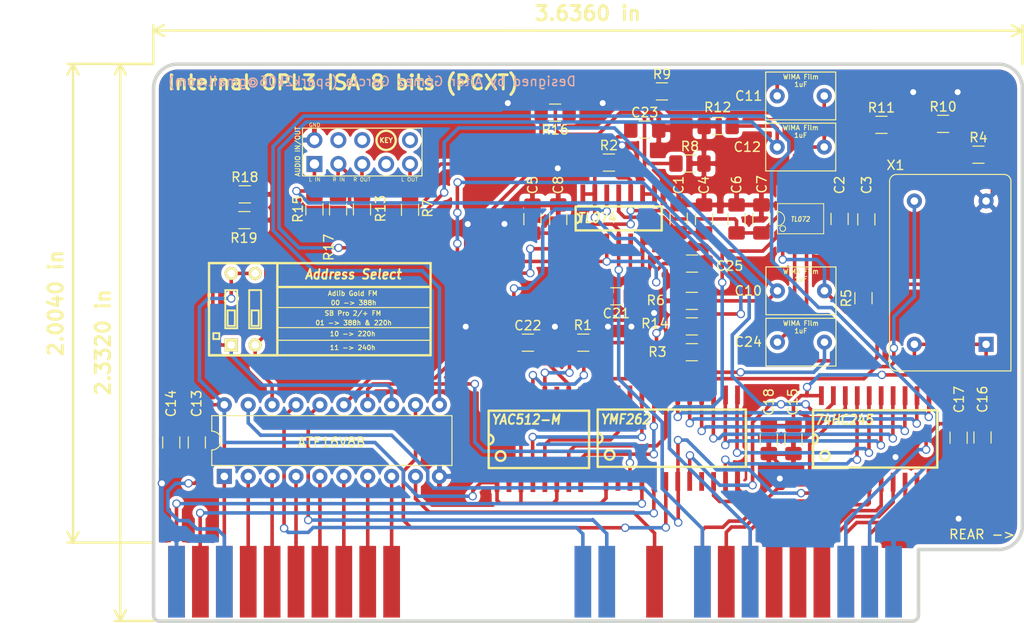
<source format=kicad_pcb>
(kicad_pcb (version 20171130) (host pcbnew "(5.1.4)-1")
  (title_block (date "27 sep 2012"))
  (layers (0 Front signal) (31 Back signal) (34 B.Paste user) (35 F.Paste user) (36 B.SilkS user) (37 F.SilkS user) (38 B.Mask user hide) (39 F.Mask user hide) (44 Edge.Cuts user))
  (net 0 "")
  (net 1 /A0)
  (net 2 /A1)
  (net 3 /A2)
  (net 4 /A3)
  (net 5 /A4)
  (net 6 /A5)
  (net 7 /A6)
  (net 8 /A7)
  (net 9 /A8)
  (net 10 /A9)
  (net 11 /AEN)
  (net 12 /D0)
  (net 13 /D1)
  (net 14 /D2)
  (net 15 /D3)
  (net 16 /D4)
  (net 17 /D5)
  (net 18 /D6)
  (net 19 /D7)
  (net 20 /RESET)
  (net 21 GND)
  (net 22 VCC)
  (net 23 "Net-(U2-Pad24)")
  (net 24 /CS)
  (net 25 /7)
  (net 26 /6)
  (net 27 /5)
  (net 28 /4)
  (net 29 /3)
  (net 30 /2)
  (net 31 /1)
  (net 32 /0)
  (net 33 /RD)
  (net 34 /SMP2)
  (net 35 /SMP1)
  (net 36 /DOAB)
  (net 37 /CLK)
  (net 38 /WR)
  (net 39 /RST)
  (net 40 "Net-(U4-Pad14)")
  (net 41 "Net-(C21-Pad1)")
  (net 42 "Net-(R1-Pad2)")
  (net 43 /1A)
  (net 44 "Net-(R2-Pad1)")
  (net 45 /-12V)
  (net 46 "Net-(R8-Pad1)")
  (net 47 "Net-(R1-Pad1)")
  (net 48 /+12V)
  (net 49 "Net-(C10-Pad2)")
  (net 50 "Net-(R4-Pad1)")
  (net 51 "Net-(C24-Pad1)")
  (net 52 "Net-(C11-Pad1)")
  (net 53 "Net-(R10-Pad1)")
  (net 54 "Net-(C12-Pad2)")
  (net 55 /IOW)
  (net 56 /IOR)
  (net 57 /DP2)
  (net 58 /DP1)
  (net 59 "Net-(C25-Pad2)")
  (net 60 /RMIX)
  (net 61 "Net-(C10-Pad1)")
  (net 62 /L)
  (net 63 "Net-(C12-Pad1)")
  (net 64 /R)
  (net 65 /RIN)
  (net 66 /LIN)
  (net 67 "Net-(J1-Pad4)")
  (net 68 "Net-(J1-Pad6)")
  (net 69 "Net-(J1-Pad7)")
  (net 70 "Net-(J1-Pad10)")
  (net 71 /LMIX)
  (net 72 "Net-(U2-Pad22)")
  (net 73 "Net-(U2-Pad9)")
  (net 74 "Net-(U2-Pad2)")
  (net 75 "Net-(U4-Pad15)")
  (net 76 /2A)
  (module Oscillator:Oscillator_DIP-14 (layer Front) (at 190.0682 95.0214 90)
    (fp_text reference X1 (at 19.05 -9.6266 180) (layer F.SilkS))
    (fp_text value "TTL 14.318")
    (pad 7 thru_hole circle (at 15.24 0 90) (size 1.6 1.6) (drill 0.8) (layers *.Cu *.Mask) (net 21 GND))
    (pad 8 thru_hole circle (at 15.24 -7.62 90) (size 1.6 1.6) (drill 0.8) (layers *.Cu *.Mask) (net 23 "Net-(U2-Pad24)"))
    (pad 14 thru_hole circle (at 0 -7.62 90) (size 1.6 1.6) (drill 0.8) (layers *.Cu *.Mask) (net 22 VCC))
    (pad 1 thru_hole rect (at 0 0 90) (size 1.6 1.6) (drill 0.8) (layers *.Cu *.Mask) (net 22 VCC))
  )
  (module My_Components:Conn_Edge_PCB_ISA8 (layer Front) (at 142.1384 120.269)
    (fp_text reference ISA1 hide)
    (fp_text value Bus_ISA_8bit hide)
    (pad 1 connect rect (at 38.1 0) (size 1.778 7.62) (layers Back B.Mask) (net 21 GND))
    (pad 2 connect rect (at 35.56 0) (size 1.778 7.62) (layers Back B.Mask) (net 20 /RESET))
    (pad 3 connect rect (at 33.02 0) (size 1.778 7.62) (layers Back B.Mask) (net 22 VCC))
    (pad 7 connect rect (at 22.86 0) (size 1.778 7.62) (layers Back B.Mask) (net 45 /-12V))
    (pad 9 connect rect (at 17.78 0) (size 1.778 7.62) (layers Back B.Mask) (net 48 /+12V))
    (pad 13 connect rect (at 7.62 0) (size 1.778 7.62) (layers Back B.Mask) (net 55 /IOW))
    (pad 14 connect rect (at 5.08 0) (size 1.778 7.62) (layers Back B.Mask) (net 56 /IOR))
    (pad 29 connect rect (at -33.02 0) (size 1.778 7.62) (layers Back B.Mask) (net 22 VCC))
    (pad 31 connect rect (at -38.1 0) (size 1.778 7.62) (layers Back B.Mask) (net 21 GND))
    (pad 33 connect rect (at 35.56 0) (size 1.778 7.62) (layers Front F.Mask) (net 25 /7))
    (pad 34 connect rect (at 33.02 0) (size 1.778 7.62) (layers Front F.Mask) (net 26 /6))
    (pad 35 connect rect (at 30.48 0) (size 1.778 7.62) (layers Front F.Mask) (net 27 /5))
    (pad 36 connect rect (at 27.94 0) (size 1.778 7.62) (layers Front F.Mask) (net 28 /4))
    (pad 37 connect rect (at 25.4 0) (size 1.778 7.62) (layers Front F.Mask) (net 29 /3))
    (pad 38 connect rect (at 22.86 0) (size 1.778 7.62) (layers Front F.Mask) (net 30 /2))
    (pad 39 connect rect (at 20.32 0) (size 1.778 7.62) (layers Front F.Mask) (net 31 /1))
    (pad 40 connect rect (at 17.78 0) (size 1.778 7.62) (layers Front F.Mask) (net 32 /0))
    (pad 42 connect rect (at 12.7 0) (size 1.778 7.62) (layers Front F.Mask) (net 11 /AEN))
    (pad 53 connect rect (at -15.24 0) (size 1.778 7.62) (layers Front F.Mask) (net 10 /A9))
    (pad 54 connect rect (at -17.78 0) (size 1.778 7.62) (layers Front F.Mask) (net 9 /A8))
    (pad 55 connect rect (at -20.32 0) (size 1.778 7.62) (layers Front F.Mask) (net 8 /A7))
    (pad 56 connect rect (at -22.86 0) (size 1.778 7.62) (layers Front F.Mask) (net 7 /A6))
    (pad 57 connect rect (at -25.4 0) (size 1.778 7.62) (layers Front F.Mask) (net 6 /A5))
    (pad 58 connect rect (at -27.94 0) (size 1.778 7.62) (layers Front F.Mask) (net 5 /A4))
    (pad 59 connect rect (at -30.48 0) (size 1.778 7.62) (layers Front F.Mask) (net 4 /A3))
    (pad 60 connect rect (at -33.02 0) (size 1.778 7.62) (layers Front F.Mask) (net 3 /A2))
    (pad 61 connect rect (at -35.56 0) (size 1.778 7.62) (layers Front F.Mask) (net 2 /A1))
    (pad 62 connect rect (at -38.1 0) (size 1.778 7.62) (layers Front F.Mask) (net 1 /A0))
  )
  (module Capacitor_SMD:C_1206_3216Metric_Pad1.42x1.75mm_HandSolder (layer Front) (at 160.0962 81.6864 270)
    (fp_text reference C4 (at -3.6068 0 90) (layer F.SilkS))
    (fp_text value 0.1uF)
    (pad 2 smd roundrect (at 1.4875 0 270) (size 1.425 1.75) (layers Front F.Paste F.Mask) (roundrect_rratio 0.175439) (net 45 /-12V))
    (pad 1 smd roundrect (at -1.4875 0 270) (size 1.425 1.75) (layers Front F.Paste F.Mask) (roundrect_rratio 0.175439) (net 21 GND))
  )
  (module My_Components:IC_SOIC24_Wide (layer Front) (at 156.6672 105.0036)
    (fp_text reference U2 hide)
    (fp_text value YMF262 (at -4.9022 -2.0066) (layer F.SilkS) (effects (font (size 1.016 0.9144) (thickness 0.2032) italic)))
    (pad 13 smd rect (at 6.985 -4.59994) (size 0.508 1.99898) (layers Front F.Paste F.Mask) (net 14 /D2))
    (pad 14 smd rect (at 5.715 -4.59994) (size 0.508 1.99898) (layers Front F.Paste F.Mask) (net 15 /D3))
    (pad 15 smd rect (at 4.445 -4.59994) (size 0.508 1.99898) (layers Front F.Paste F.Mask) (net 16 /D4))
    (pad 16 smd rect (at 3.175 -4.59994) (size 0.508 1.99898) (layers Front F.Paste F.Mask) (net 17 /D5))
    (pad 17 smd rect (at 1.905 -4.59994) (size 0.508 1.99898) (layers Front F.Paste F.Mask) (net 18 /D6))
    (pad 18 smd rect (at 0.635 -4.59994) (size 0.508 1.99898) (layers Front F.Paste F.Mask) (net 19 /D7))
    (pad 19 smd rect (at -0.635 -4.59994) (size 0.508 1.99898) (layers Front F.Paste F.Mask) (net 34 /SMP2))
    (pad 20 smd rect (at -1.905 -4.59994) (size 0.508 1.99898) (layers Front F.Paste F.Mask) (net 35 /SMP1))
    (pad 21 smd rect (at -3.175 -4.59994) (size 0.508 1.99898) (layers Front F.Paste F.Mask) (net 36 /DOAB))
    (pad 22 smd rect (at -4.445 -4.59994) (size 0.508 1.99898) (layers Front F.Paste F.Mask) (net 72 "Net-(U2-Pad22)"))
    (pad 23 smd rect (at -5.715 -4.59994) (size 0.508 1.99898) (layers Front F.Paste F.Mask) (net 37 /CLK))
    (pad 24 smd rect (at -6.985 -4.59994) (size 0.508 1.99898) (layers Front F.Paste F.Mask) (net 23 "Net-(U2-Pad24)"))
    (pad 12 smd rect (at 6.985 4.59994) (size 0.508 1.99898) (layers Front F.Paste F.Mask) (net 21 GND))
    (pad 11 smd rect (at 5.715 4.59994) (size 0.508 1.99898) (layers Front F.Paste F.Mask) (net 13 /D1))
    (pad 10 smd rect (at 4.445 4.59994) (size 0.508 1.99898) (layers Front F.Paste F.Mask) (net 12 /D0))
    (pad 9 smd rect (at 3.175 4.59994) (size 0.508 1.99898) (layers Front F.Paste F.Mask) (net 73 "Net-(U2-Pad9)"))
    (pad 8 smd rect (at 1.905 4.59994) (size 0.508 1.99898) (layers Front F.Paste F.Mask) (net 24 /CS))
    (pad 7 smd rect (at 0.635 4.59994) (size 0.508 1.99898) (layers Front F.Paste F.Mask) (net 33 /RD))
    (pad 6 smd rect (at -0.635 4.59994) (size 0.508 1.99898) (layers Front F.Paste F.Mask) (net 38 /WR))
    (pad 5 smd rect (at -1.905 4.59994) (size 0.508 1.99898) (layers Front F.Paste F.Mask) (net 2 /A1))
    (pad 4 smd rect (at -3.175 4.59994) (size 0.508 1.99898) (layers Front F.Paste F.Mask) (net 1 /A0))
    (pad 3 smd rect (at -4.445 4.59994) (size 0.508 1.99898) (layers Front F.Paste F.Mask) (net 39 /RST))
    (pad 2 smd rect (at -5.715 4.59994) (size 0.508 1.99898) (layers Front F.Paste F.Mask) (net 74 "Net-(U2-Pad2)"))
    (pad 1 smd rect (at -6.985 4.59994) (size 0.50292 1.99898) (layers Front F.Paste F.Mask) (net 22 VCC))
  )
  (module My_Components:PinHeader_2x05_P2.54mm_Vertical_modificado (layer Front) (at 118.6942 75.8444 90)
    (fp_text reference J1 hide)
    (fp_text value "AUDIO IN/OUT" (at 1.3208 -1.778 270) (layer F.SilkS) (effects (font (size 0.5 0.5) (thickness 0.1))))
    (pad 1 thru_hole rect (at 0 0 90) (size 1.7 1.7) (drill 1) (layers *.Cu *.Mask) (net 66 /LIN))
    (pad 2 thru_hole oval (at 2.54 0 90) (size 1.7 1.7) (drill 1) (layers *.Cu *.Mask) (net 21 GND))
    (pad 3 thru_hole oval (at 0 2.54 90) (size 1.7 1.7) (drill 1) (layers *.Cu *.Mask) (net 65 /RIN))
    (pad 4 thru_hole oval (at 2.54 2.54 90) (size 1.7 1.7) (drill 1) (layers *.Cu *.Mask) (net 67 "Net-(J1-Pad4)"))
    (pad 5 thru_hole oval (at 0 5.08 90) (size 1.7 1.7) (drill 1) (layers *.Cu *.Mask) (net 64 /R))
    (pad 6 thru_hole oval (at 2.54 5.08 90) (size 1.7 1.7) (drill 1) (layers *.Cu *.Mask) (net 68 "Net-(J1-Pad6)"))
    (pad 7 thru_hole oval (at 0 7.62 90) (size 1.7 1.7) (drill 1) (layers *.Cu *.Mask) (net 69 "Net-(J1-Pad7)"))
    (pad 9 thru_hole oval (at 0 10.16 90) (size 1.7 1.7) (drill 1) (layers *.Cu *.Mask) (net 62 /L))
    (pad 10 thru_hole oval (at 2.54 10.16 90) (size 1.7 1.7) (drill 1) (layers *.Cu *.Mask) (net 70 "Net-(J1-Pad10)"))
  )
  (module Capacitor_SMD:C_1206_3216Metric_Pad1.42x1.75mm_HandSolder (layer Front) (at 153.797 72.1868)
    (fp_text reference C23 (at 0 -1.82) (layer F.SilkS))
    (fp_text value 2.7nF)
    (pad 2 smd roundrect (at 1.4875 0) (size 1.425 1.75) (layers Front F.Paste F.Mask) (roundrect_rratio 0.175439) (net 21 GND))
    (pad 1 smd roundrect (at -1.4875 0) (size 1.425 1.75) (layers Front F.Paste F.Mask) (roundrect_rratio 0.175439) (net 76 /2A))
  )
  (module Capacitor_SMD:C_1206_3216Metric_Pad1.42x1.75mm_HandSolder (layer Front) (at 141.3764 94.8436)
    (fp_text reference C22 (at 0 -1.82) (layer F.SilkS))
    (fp_text value 2.7nF)
    (pad 2 smd roundrect (at 1.4875 0) (size 1.425 1.75) (layers Front F.Paste F.Mask) (roundrect_rratio 0.175439) (net 21 GND))
    (pad 1 smd roundrect (at -1.4875 0) (size 1.425 1.75) (layers Front F.Paste F.Mask) (roundrect_rratio 0.175439) (net 43 /1A))
  )
  (module Capacitor_SMD:C_1206_3216Metric_Pad1.42x1.75mm_HandSolder (layer Front) (at 150.7744 89.916 180)
    (fp_text reference C21 (at 0 -1.82) (layer F.SilkS))
    (fp_text value 68pF)
    (pad 2 smd roundrect (at 1.4875 0 180) (size 1.425 1.75) (layers Front F.Paste F.Mask) (roundrect_rratio 0.175439) (net 21 GND))
    (pad 1 smd roundrect (at -1.4875 0 180) (size 1.425 1.75) (layers Front F.Paste F.Mask) (roundrect_rratio 0.175439) (net 41 "Net-(C21-Pad1)"))
  )
  (module Capacitor_THT:C_Rect_L7.2mm_W7.2mm_P5.00mm_FKS2_FKP2_MKS2_MKP2 (layer Front) (at 167.894 94.7928)
    (fp_text reference C24 (at -3.0988 -0.0254) (layer F.SilkS))
    (fp_text value 1uF)
    (pad 2 thru_hole circle (at 5 0) (size 1.6 1.6) (drill 0.8) (layers *.Cu *.Mask) (net 71 /LMIX))
    (pad 1 thru_hole circle (at 0 0) (size 1.6 1.6) (drill 0.8) (layers *.Cu *.Mask) (net 51 "Net-(C24-Pad1)"))
  )
  (module Capacitor_THT:C_Rect_L7.2mm_W7.2mm_P5.00mm_FKS2_FKP2_MKS2_MKP2 (layer Front) (at 167.8686 68.6054)
    (fp_text reference C11 (at -3.0226 0) (layer F.SilkS))
    (fp_text value 1uF)
    (pad 2 thru_hole circle (at 5 0) (size 1.6 1.6) (drill 0.8) (layers *.Cu *.Mask) (net 60 /RMIX))
    (pad 1 thru_hole circle (at 0 0) (size 1.6 1.6) (drill 0.8) (layers *.Cu *.Mask) (net 52 "Net-(C11-Pad1)"))
  )
  (module Capacitor_THT:C_Rect_L7.2mm_W7.2mm_P5.00mm_FKS2_FKP2_MKS2_MKP2 (layer Front) (at 167.894 89.3318)
    (fp_text reference C10 (at -3.0988 0) (layer F.SilkS))
    (fp_text value 1uF)
    (pad 2 thru_hole circle (at 5 0) (size 1.6 1.6) (drill 0.8) (layers *.Cu *.Mask) (net 49 "Net-(C10-Pad2)"))
    (pad 1 thru_hole circle (at 0 0) (size 1.6 1.6) (drill 0.8) (layers *.Cu *.Mask) (net 61 "Net-(C10-Pad1)"))
  )
  (module Capacitor_THT:C_Rect_L7.2mm_W7.2mm_P5.00mm_FKS2_FKP2_MKS2_MKP2 (layer Front) (at 167.8686 74.041)
    (fp_text reference C12 (at -3.175 0) (layer F.SilkS))
    (fp_text value 1uF)
    (pad 2 thru_hole circle (at 5 0) (size 1.6 1.6) (drill 0.8) (layers *.Cu *.Mask) (net 54 "Net-(C12-Pad2)"))
    (pad 1 thru_hole circle (at 0 0) (size 1.6 1.6) (drill 0.8) (layers *.Cu *.Mask) (net 63 "Net-(C12-Pad1)"))
  )
  (module Capacitor_SMD:C_1206_3216Metric_Pad1.42x1.75mm_HandSolder (layer Front) (at 103.4796 105.4608 270)
    (fp_text reference C14 (at -4.1402 0.0254 90) (layer F.SilkS))
    (fp_text value 0.1uF)
    (pad 2 smd roundrect (at 1.4875 0 270) (size 1.425 1.75) (layers Front F.Paste F.Mask) (roundrect_rratio 0.175439) (net 21 GND))
    (pad 1 smd roundrect (at -1.4875 0 270) (size 1.425 1.75) (layers Front F.Paste F.Mask) (roundrect_rratio 0.175439) (net 22 VCC))
  )
  (module Capacitor_SMD:C_1206_3216Metric_Pad1.42x1.75mm_HandSolder (layer Front) (at 106.1974 105.4608 270)
    (fp_text reference C13 (at -4.1402 0.0254 90) (layer F.SilkS))
    (fp_text value 10uF)
    (pad 2 smd roundrect (at 1.4875 0 270) (size 1.425 1.75) (layers Front F.Paste F.Mask) (roundrect_rratio 0.175439) (net 21 GND))
    (pad 1 smd roundrect (at -1.4875 0 270) (size 1.425 1.75) (layers Front F.Paste F.Mask) (roundrect_rratio 0.175439) (net 22 VCC))
  )
  (module Resistor_SMD:R_1206_3216Metric_Pad1.42x1.75mm_HandSolder (layer Front) (at 111.252 81.8134)
    (fp_text reference R19 (at -0.0508 1.905) (layer F.SilkS))
    (fp_text value 10K)
    (pad 2 smd roundrect (at 1.4875 0) (size 1.425 1.75) (layers Front F.Paste F.Mask) (roundrect_rratio 0.175439) (net 21 GND))
    (pad 1 smd roundrect (at -1.4875 0) (size 1.425 1.75) (layers Front F.Paste F.Mask) (roundrect_rratio 0.175439) (net 57 /DP2))
  )
  (module Resistor_SMD:R_1206_3216Metric_Pad1.42x1.75mm_HandSolder (layer Front) (at 111.3028 79.0702)
    (fp_text reference R18 (at 0 -1.82) (layer F.SilkS))
    (fp_text value 10K)
    (pad 2 smd roundrect (at 1.4875 0) (size 1.425 1.75) (layers Front F.Paste F.Mask) (roundrect_rratio 0.175439) (net 21 GND))
    (pad 1 smd roundrect (at -1.4875 0) (size 1.425 1.75) (layers Front F.Paste F.Mask) (roundrect_rratio 0.175439) (net 58 /DP1))
  )
  (module Resistor_SMD:R_1206_3216Metric_Pad1.42x1.75mm_HandSolder (layer Front) (at 121.2088 80.6704 270)
    (fp_text reference R17 (at 4.0386 0.9906 90) (layer F.SilkS))
    (fp_text value 100K)
    (pad 2 smd roundrect (at 1.4875 0 270) (size 1.425 1.75) (layers Front F.Paste F.Mask) (roundrect_rratio 0.175439) (net 21 GND))
    (pad 1 smd roundrect (at -1.4875 0 270) (size 1.425 1.75) (layers Front F.Paste F.Mask) (roundrect_rratio 0.175439) (net 65 /RIN))
  )
  (module Resistor_SMD:R_1206_3216Metric_Pad1.42x1.75mm_HandSolder (layer Front) (at 144.272 70.3834 180)
    (fp_text reference R16 (at 0 -1.82) (layer F.SilkS))
    (fp_text value 10K)
    (pad 2 smd roundrect (at 1.4875 0 180) (size 1.425 1.75) (layers Front F.Paste F.Mask) (roundrect_rratio 0.175439) (net 65 /RIN))
    (pad 1 smd roundrect (at -1.4875 0 180) (size 1.425 1.75) (layers Front F.Paste F.Mask) (roundrect_rratio 0.175439) (net 60 /RMIX))
  )
  (module Resistor_SMD:R_1206_3216Metric_Pad1.42x1.75mm_HandSolder (layer Front) (at 118.6942 80.6704 270)
    (fp_text reference R15 (at -0.0254 1.7526 90) (layer F.SilkS))
    (fp_text value 100K)
    (pad 2 smd roundrect (at 1.4875 0 270) (size 1.425 1.75) (layers Front F.Paste F.Mask) (roundrect_rratio 0.175439) (net 21 GND))
    (pad 1 smd roundrect (at -1.4875 0 270) (size 1.425 1.75) (layers Front F.Paste F.Mask) (roundrect_rratio 0.175439) (net 66 /LIN))
  )
  (module Resistor_SMD:R_1206_3216Metric_Pad1.42x1.75mm_HandSolder (layer Front) (at 158.8008 93.1164 180)
    (fp_text reference R14 (at 3.937 0.3048) (layer F.SilkS))
    (fp_text value 10K)
    (pad 2 smd roundrect (at 1.4875 0 180) (size 1.425 1.75) (layers Front F.Paste F.Mask) (roundrect_rratio 0.175439) (net 66 /LIN))
    (pad 1 smd roundrect (at -1.4875 0 180) (size 1.425 1.75) (layers Front F.Paste F.Mask) (roundrect_rratio 0.175439) (net 71 /LMIX))
  )
  (module Resistor_SMD:R_1206_3216Metric_Pad1.42x1.75mm_HandSolder (layer Front) (at 123.7488 80.6704 270)
    (fp_text reference R13 (at -0.0762 -1.9812 90) (layer F.SilkS))
    (fp_text value 330)
    (pad 2 smd roundrect (at 1.4875 0 270) (size 1.425 1.75) (layers Front F.Paste F.Mask) (roundrect_rratio 0.175439) (net 63 "Net-(C12-Pad1)"))
    (pad 1 smd roundrect (at -1.4875 0 270) (size 1.425 1.75) (layers Front F.Paste F.Mask) (roundrect_rratio 0.175439) (net 64 /R))
  )
  (module Resistor_SMD:R_1206_3216Metric_Pad1.42x1.75mm_HandSolder (layer Front) (at 161.5948 71.8058)
    (fp_text reference R12 (at -0.0508 -1.9812) (layer F.SilkS))
    (fp_text value 10K)
    (pad 2 smd roundrect (at 1.4875 0) (size 1.425 1.75) (layers Front F.Paste F.Mask) (roundrect_rratio 0.175439) (net 63 "Net-(C12-Pad1)"))
    (pad 1 smd roundrect (at -1.4875 0) (size 1.425 1.75) (layers Front F.Paste F.Mask) (roundrect_rratio 0.175439) (net 21 GND))
  )
  (module Resistor_SMD:R_1206_3216Metric_Pad1.42x1.75mm_HandSolder (layer Front) (at 178.943 71.6788)
    (fp_text reference R11 (at 0 -1.82) (layer F.SilkS))
    (fp_text value 10K)
    (pad 2 smd roundrect (at 1.4875 0) (size 1.425 1.75) (layers Front F.Paste F.Mask) (roundrect_rratio 0.175439) (net 53 "Net-(R10-Pad1)"))
    (pad 1 smd roundrect (at -1.4875 0) (size 1.425 1.75) (layers Front F.Paste F.Mask) (roundrect_rratio 0.175439) (net 54 "Net-(C12-Pad2)"))
  )
  (module Resistor_SMD:R_1206_3216Metric_Pad1.42x1.75mm_HandSolder (layer Front) (at 185.4962 71.5772)
    (fp_text reference R10 (at 0 -1.82) (layer F.SilkS))
    (fp_text value 10K)
    (pad 2 smd roundrect (at 1.4875 0) (size 1.425 1.75) (layers Front F.Paste F.Mask) (roundrect_rratio 0.175439) (net 21 GND))
    (pad 1 smd roundrect (at -1.4875 0) (size 1.425 1.75) (layers Front F.Paste F.Mask) (roundrect_rratio 0.175439) (net 53 "Net-(R10-Pad1)"))
  )
  (module Resistor_SMD:R_1206_3216Metric_Pad1.42x1.75mm_HandSolder (layer Front) (at 155.6258 68.1228)
    (fp_text reference R9 (at 0 -1.82) (layer F.SilkS))
    (fp_text value 10K)
    (pad 2 smd roundrect (at 1.4875 0) (size 1.425 1.75) (layers Front F.Paste F.Mask) (roundrect_rratio 0.175439) (net 46 "Net-(R8-Pad1)"))
    (pad 1 smd roundrect (at -1.4875 0) (size 1.425 1.75) (layers Front F.Paste F.Mask) (roundrect_rratio 0.175439) (net 60 /RMIX))
  )
  (module Resistor_SMD:R_1206_3216Metric_Pad1.42x1.75mm_HandSolder (layer Front) (at 158.5976 75.7936)
    (fp_text reference R8 (at 0 -1.82) (layer F.SilkS))
    (fp_text value 100K)
    (pad 2 smd roundrect (at 1.4875 0) (size 1.425 1.75) (layers Front F.Paste F.Mask) (roundrect_rratio 0.175439) (net 21 GND))
    (pad 1 smd roundrect (at -1.4875 0) (size 1.425 1.75) (layers Front F.Paste F.Mask) (roundrect_rratio 0.175439) (net 46 "Net-(R8-Pad1)"))
  )
  (module Resistor_SMD:R_1206_3216Metric_Pad1.42x1.75mm_HandSolder (layer Front) (at 128.8542 80.7212 270)
    (fp_text reference R7 (at -0.1524 -1.8796 90) (layer F.SilkS))
    (fp_text value 330)
    (pad 2 smd roundrect (at 1.4875 0 270) (size 1.425 1.75) (layers Front F.Paste F.Mask) (roundrect_rratio 0.175439) (net 61 "Net-(C10-Pad1)"))
    (pad 1 smd roundrect (at -1.4875 0 270) (size 1.425 1.75) (layers Front F.Paste F.Mask) (roundrect_rratio 0.175439) (net 62 /L))
  )
  (module Resistor_SMD:R_1206_3216Metric_Pad1.42x1.75mm_HandSolder (layer Front) (at 158.8008 90.3986)
    (fp_text reference R6 (at -3.8354 -0.0508) (layer F.SilkS))
    (fp_text value 10K)
    (pad 2 smd roundrect (at 1.4875 0) (size 1.425 1.75) (layers Front F.Paste F.Mask) (roundrect_rratio 0.175439) (net 61 "Net-(C10-Pad1)"))
    (pad 1 smd roundrect (at -1.4875 0) (size 1.425 1.75) (layers Front F.Paste F.Mask) (roundrect_rratio 0.175439) (net 21 GND))
  )
  (module Resistor_SMD:R_1206_3216Metric_Pad1.42x1.75mm_HandSolder (layer Front) (at 177.038 90.1192 90)
    (fp_text reference R5 (at 0 -1.82 90) (layer F.SilkS))
    (fp_text value 10K)
    (pad 2 smd roundrect (at 1.4875 0 90) (size 1.425 1.75) (layers Front F.Paste F.Mask) (roundrect_rratio 0.175439) (net 50 "Net-(R4-Pad1)"))
    (pad 1 smd roundrect (at -1.4875 0 90) (size 1.425 1.75) (layers Front F.Paste F.Mask) (roundrect_rratio 0.175439) (net 49 "Net-(C10-Pad2)"))
  )
  (module Resistor_SMD:R_1206_3216Metric_Pad1.42x1.75mm_HandSolder (layer Front) (at 189.2554 74.8538)
    (fp_text reference R4 (at 0 -1.82) (layer F.SilkS))
    (fp_text value 10K)
    (pad 2 smd roundrect (at 1.4875 0) (size 1.425 1.75) (layers Front F.Paste F.Mask) (roundrect_rratio 0.175439) (net 21 GND))
    (pad 1 smd roundrect (at -1.4875 0) (size 1.425 1.75) (layers Front F.Paste F.Mask) (roundrect_rratio 0.175439) (net 50 "Net-(R4-Pad1)"))
  )
  (module Resistor_SMD:R_1206_3216Metric_Pad1.42x1.75mm_HandSolder (layer Front) (at 158.8008 95.8596 180)
    (fp_text reference R3 (at 3.6576 0.0254) (layer F.SilkS))
    (fp_text value 10K)
    (pad 2 smd roundrect (at 1.4875 0 180) (size 1.425 1.75) (layers Front F.Paste F.Mask) (roundrect_rratio 0.175439) (net 44 "Net-(R2-Pad1)"))
    (pad 1 smd roundrect (at -1.4875 0 180) (size 1.425 1.75) (layers Front F.Paste F.Mask) (roundrect_rratio 0.175439) (net 71 /LMIX))
  )
  (module Resistor_SMD:R_1206_3216Metric_Pad1.42x1.75mm_HandSolder (layer Front) (at 149.987 75.692)
    (fp_text reference R2 (at 0 -1.82) (layer F.SilkS))
    (fp_text value 100K)
    (pad 2 smd roundrect (at 1.4875 0) (size 1.425 1.75) (layers Front F.Paste F.Mask) (roundrect_rratio 0.175439) (net 21 GND))
    (pad 1 smd roundrect (at -1.4875 0) (size 1.425 1.75) (layers Front F.Paste F.Mask) (roundrect_rratio 0.175439) (net 44 "Net-(R2-Pad1)"))
  )
  (module Resistor_SMD:R_1206_3216Metric_Pad1.42x1.75mm_HandSolder (layer Front) (at 147.2692 94.8436 180)
    (fp_text reference R1 (at 0.0508 1.8542) (layer F.SilkS))
    (fp_text value 33)
    (pad 2 smd roundrect (at 1.4875 0 180) (size 1.425 1.75) (layers Front F.Paste F.Mask) (roundrect_rratio 0.175439) (net 42 "Net-(R1-Pad2)"))
    (pad 1 smd roundrect (at -1.4875 0 180) (size 1.425 1.75) (layers Front F.Paste F.Mask) (roundrect_rratio 0.175439) (net 47 "Net-(R1-Pad1)"))
  )
  (module Capacitor_SMD:C_1206_3216Metric_Pad1.42x1.75mm_HandSolder (layer Front) (at 158.8262 86.4362 180)
    (fp_text reference C25 (at -3.9878 -0.254) (layer F.SilkS))
    (fp_text value 10uF)
    (pad 2 smd roundrect (at 1.4875 0 180) (size 1.425 1.75) (layers Front F.Paste F.Mask) (roundrect_rratio 0.175439) (net 59 "Net-(C25-Pad2)"))
    (pad 1 smd roundrect (at -1.4875 0 180) (size 1.425 1.75) (layers Front F.Paste F.Mask) (roundrect_rratio 0.175439) (net 21 GND))
  )
  (module Capacitor_SMD:C_1206_3216Metric_Pad1.42x1.75mm_HandSolder (layer Front) (at 166.9796 105.156 270)
    (fp_text reference C18 (at -4.0132 0 90) (layer F.SilkS))
    (fp_text value 0.1uF)
    (pad 2 smd roundrect (at 1.4875 0 270) (size 1.425 1.75) (layers Front F.Paste F.Mask) (roundrect_rratio 0.175439) (net 21 GND))
    (pad 1 smd roundrect (at -1.4875 0 270) (size 1.425 1.75) (layers Front F.Paste F.Mask) (roundrect_rratio 0.175439) (net 22 VCC))
  )
  (module Capacitor_SMD:C_1206_3216Metric_Pad1.42x1.75mm_HandSolder (layer Front) (at 187.1472 104.9528 270)
    (fp_text reference C17 (at -4.064 -0.0508 90) (layer F.SilkS))
    (fp_text value 0.1uF)
    (pad 2 smd roundrect (at 1.4875 0 270) (size 1.425 1.75) (layers Front F.Paste F.Mask) (roundrect_rratio 0.175439) (net 21 GND))
    (pad 1 smd roundrect (at -1.4875 0 270) (size 1.425 1.75) (layers Front F.Paste F.Mask) (roundrect_rratio 0.175439) (net 22 VCC))
  )
  (module Capacitor_SMD:C_1206_3216Metric_Pad1.42x1.75mm_HandSolder (layer Front) (at 189.6872 104.9274 270)
    (fp_text reference C16 (at -4.064 0 90) (layer F.SilkS))
    (fp_text value 10uF)
    (pad 2 smd roundrect (at 1.4875 0 270) (size 1.425 1.75) (layers Front F.Paste F.Mask) (roundrect_rratio 0.175439) (net 21 GND))
    (pad 1 smd roundrect (at -1.4875 0 270) (size 1.425 1.75) (layers Front F.Paste F.Mask) (roundrect_rratio 0.175439) (net 22 VCC))
  )
  (module Capacitor_SMD:C_1206_3216Metric_Pad1.42x1.75mm_HandSolder (layer Front) (at 169.5958 105.156 270)
    (fp_text reference C15 (at -4.0132 0.0762 90) (layer F.SilkS))
    (fp_text value 10uF)
    (pad 2 smd roundrect (at 1.4875 0 270) (size 1.425 1.75) (layers Front F.Paste F.Mask) (roundrect_rratio 0.175439) (net 21 GND))
    (pad 1 smd roundrect (at -1.4875 0 270) (size 1.425 1.75) (layers Front F.Paste F.Mask) (roundrect_rratio 0.175439) (net 22 VCC))
  )
  (module Capacitor_SMD:C_1206_3216Metric_Pad1.42x1.75mm_HandSolder (layer Front) (at 144.6022 81.6864 90)
    (fp_text reference C8 (at 3.6068 0 90) (layer F.SilkS))
    (fp_text value 0.1uF)
    (pad 2 smd roundrect (at 1.4875 0 90) (size 1.425 1.75) (layers Front F.Paste F.Mask) (roundrect_rratio 0.175439) (net 21 GND))
    (pad 1 smd roundrect (at -1.4875 0 90) (size 1.425 1.75) (layers Front F.Paste F.Mask) (roundrect_rratio 0.175439) (net 48 /+12V))
  )
  (module Capacitor_SMD:C_1206_3216Metric_Pad1.42x1.75mm_HandSolder (layer Front) (at 166.1922 81.6864 90)
    (fp_text reference C7 (at 3.683 0.0508 90) (layer F.SilkS))
    (fp_text value 0.1uF)
    (pad 2 smd roundrect (at 1.4875 0 90) (size 1.425 1.75) (layers Front F.Paste F.Mask) (roundrect_rratio 0.175439) (net 21 GND))
    (pad 1 smd roundrect (at -1.4875 0 90) (size 1.425 1.75) (layers Front F.Paste F.Mask) (roundrect_rratio 0.175439) (net 48 /+12V))
  )
  (module Capacitor_SMD:C_1206_3216Metric_Pad1.42x1.75mm_HandSolder (layer Front) (at 163.5506 81.6864 90)
    (fp_text reference C6 (at 3.6576 0 90) (layer F.SilkS))
    (fp_text value 10uF)
    (pad 2 smd roundrect (at 1.4875 0 90) (size 1.425 1.75) (layers Front F.Paste F.Mask) (roundrect_rratio 0.175439) (net 21 GND))
    (pad 1 smd roundrect (at -1.4875 0 90) (size 1.425 1.75) (layers Front F.Paste F.Mask) (roundrect_rratio 0.175439) (net 48 /+12V))
  )
  (module Capacitor_SMD:C_1206_3216Metric_Pad1.42x1.75mm_HandSolder (layer Front) (at 141.859 81.7118 90)
    (fp_text reference C5 (at 3.6322 0.0254 90) (layer F.SilkS))
    (fp_text value 10uF)
    (pad 2 smd roundrect (at 1.4875 0 90) (size 1.425 1.75) (layers Front F.Paste F.Mask) (roundrect_rratio 0.175439) (net 21 GND))
    (pad 1 smd roundrect (at -1.4875 0 90) (size 1.425 1.75) (layers Front F.Paste F.Mask) (roundrect_rratio 0.175439) (net 48 /+12V))
  )
  (module Capacitor_SMD:C_1206_3216Metric_Pad1.42x1.75mm_HandSolder (layer Front) (at 177.3428 81.7372 270)
    (fp_text reference C3 (at -3.6576 -0.0254 90) (layer F.SilkS))
    (fp_text value 0.1uF)
    (pad 2 smd roundrect (at 1.4875 0 270) (size 1.425 1.75) (layers Front F.Paste F.Mask) (roundrect_rratio 0.175439) (net 45 /-12V))
    (pad 1 smd roundrect (at -1.4875 0 270) (size 1.425 1.75) (layers Front F.Paste F.Mask) (roundrect_rratio 0.175439) (net 21 GND))
  )
  (module Capacitor_SMD:C_1206_3216Metric_Pad1.42x1.75mm_HandSolder (layer Front) (at 174.498 81.6864 270)
    (fp_text reference C2 (at -3.6068 0 90) (layer F.SilkS))
    (fp_text value 10uF)
    (pad 2 smd roundrect (at 1.4875 0 270) (size 1.425 1.75) (layers Front F.Paste F.Mask) (roundrect_rratio 0.175439) (net 45 /-12V))
    (pad 1 smd roundrect (at -1.4875 0 270) (size 1.425 1.75) (layers Front F.Paste F.Mask) (roundrect_rratio 0.175439) (net 21 GND))
  )
  (module Capacitor_SMD:C_1206_3216Metric_Pad1.42x1.75mm_HandSolder (layer Front) (at 157.4038 81.661 270)
    (fp_text reference C1 (at -3.5814 0 90) (layer F.SilkS))
    (fp_text value 10uF)
    (pad 2 smd roundrect (at 1.4875 0 270) (size 1.425 1.75) (layers Front F.Paste F.Mask) (roundrect_rratio 0.175439) (net 45 /-12V))
    (pad 1 smd roundrect (at -1.4875 0 270) (size 1.425 1.75) (layers Front F.Paste F.Mask) (roundrect_rratio 0.175439) (net 21 GND))
  )
  (module My_Components:Switch_DIP_2_Positions (layer Front) (at 111.125 91.2876)
    (fp_text reference SW1 hide)
    (fp_text value "Address Select" (at 11.684 -3.7084) (layer F.SilkS) (effects (font (size 1.016 0.9144) (thickness 0.2032) italic)))
    (pad 1 thru_hole rect (at -1.27 3.81) (size 1.397 1.397) (drill 0.8128) (layers *.Cu *.Mask F.SilkS) (net 58 /DP1))
    (pad 2 thru_hole circle (at 1.27 3.81) (size 1.397 1.397) (drill 0.8128) (layers *.Cu *.Mask F.SilkS) (net 57 /DP2))
    (pad 3 thru_hole circle (at 1.27 -3.81) (size 1.397 1.397) (drill 0.8128) (layers *.Cu *.Mask F.SilkS) (net 22 VCC))
    (pad 4 thru_hole circle (at -1.27 -3.81) (size 1.397 1.397) (drill 0.8128) (layers *.Cu *.Mask F.SilkS) (net 22 VCC))
  )
  (module Package_DIP:DIP-20_W7.62mm (layer Front) (at 109.1184 109.0676 90)
    (fp_text reference U3 hide)
    (fp_text value ATF16V8B (at 3.6322 11.4046 180) (layer F.SilkS))
    (pad 20 thru_hole oval (at 7.62 0 90) (size 1.6 1.6) (drill 0.8) (layers *.Cu *.Mask) (net 22 VCC))
    (pad 10 thru_hole oval (at 0 22.86 90) (size 1.6 1.6) (drill 0.8) (layers *.Cu *.Mask) (net 21 GND))
    (pad 19 thru_hole oval (at 7.62 2.54 90) (size 1.6 1.6) (drill 0.8) (layers *.Cu *.Mask) (net 33 /RD))
    (pad 9 thru_hole oval (at 0 20.32 90) (size 1.6 1.6) (drill 0.8) (layers *.Cu *.Mask) (net 11 /AEN))
    (pad 18 thru_hole oval (at 7.62 5.08 90) (size 1.6 1.6) (drill 0.8) (layers *.Cu *.Mask) (net 57 /DP2))
    (pad 8 thru_hole oval (at 0 17.78 90) (size 1.6 1.6) (drill 0.8) (layers *.Cu *.Mask) (net 10 /A9))
    (pad 17 thru_hole oval (at 7.62 7.62 90) (size 1.6 1.6) (drill 0.8) (layers *.Cu *.Mask) (net 56 /IOR))
    (pad 7 thru_hole oval (at 0 15.24 90) (size 1.6 1.6) (drill 0.8) (layers *.Cu *.Mask) (net 9 /A8))
    (pad 16 thru_hole oval (at 7.62 10.16 90) (size 1.6 1.6) (drill 0.8) (layers *.Cu *.Mask) (net 55 /IOW))
    (pad 6 thru_hole oval (at 0 12.7 90) (size 1.6 1.6) (drill 0.8) (layers *.Cu *.Mask) (net 8 /A7))
    (pad 15 thru_hole oval (at 7.62 12.7 90) (size 1.6 1.6) (drill 0.8) (layers *.Cu *.Mask) (net 24 /CS))
    (pad 5 thru_hole oval (at 0 10.16 90) (size 1.6 1.6) (drill 0.8) (layers *.Cu *.Mask) (net 7 /A6))
    (pad 14 thru_hole oval (at 7.62 15.24 90) (size 1.6 1.6) (drill 0.8) (layers *.Cu *.Mask) (net 39 /RST))
    (pad 4 thru_hole oval (at 0 7.62 90) (size 1.6 1.6) (drill 0.8) (layers *.Cu *.Mask) (net 6 /A5))
    (pad 13 thru_hole oval (at 7.62 17.78 90) (size 1.6 1.6) (drill 0.8) (layers *.Cu *.Mask) (net 58 /DP1))
    (pad 3 thru_hole oval (at 0 5.08 90) (size 1.6 1.6) (drill 0.8) (layers *.Cu *.Mask) (net 5 /A4))
    (pad 12 thru_hole oval (at 7.62 20.32 90) (size 1.6 1.6) (drill 0.8) (layers *.Cu *.Mask) (net 38 /WR))
    (pad 2 thru_hole oval (at 0 2.54 90) (size 1.6 1.6) (drill 0.8) (layers *.Cu *.Mask) (net 4 /A3))
    (pad 11 thru_hole oval (at 7.62 22.86 90) (size 1.6 1.6) (drill 0.8) (layers *.Cu *.Mask) (net 20 /RESET))
    (pad 1 thru_hole rect (at 0 0 90) (size 1.6 1.6) (drill 0.8) (layers *.Cu *.Mask) (net 3 /A2))
  )
  (module My_Components:IC_SOIC8_Narrow (layer Front) (at 170.3578 81.661)
    (fp_text reference U6 hide)
    (fp_text value TL072 (at -0.0254 0.0508) (layer F.SilkS) (effects (font (size 0.508 0.4572) (thickness 0.1016) italic)))
    (pad 1 smd rect (at -1.905 2.7) (size 0.55 1.5) (layers Front F.Paste F.Mask) (net 49 "Net-(C10-Pad2)"))
    (pad 2 smd rect (at -0.635 2.7) (size 0.55 1.5) (layers Front F.Paste F.Mask) (net 50 "Net-(R4-Pad1)"))
    (pad 3 smd rect (at 0.635 2.7) (size 0.55 1.5) (layers Front F.Paste F.Mask) (net 51 "Net-(C24-Pad1)"))
    (pad 4 smd rect (at 1.905 2.7) (size 0.55 1.5) (layers Front F.Paste F.Mask) (net 45 /-12V))
    (pad 5 smd rect (at 1.905 -2.7) (size 0.55 1.5) (layers Front F.Paste F.Mask) (net 52 "Net-(C11-Pad1)"))
    (pad 6 smd rect (at 0.635 -2.7) (size 0.55 1.5) (layers Front F.Paste F.Mask) (net 53 "Net-(R10-Pad1)"))
    (pad 7 smd rect (at -0.635 -2.7) (size 0.55 1.5) (layers Front F.Paste F.Mask) (net 54 "Net-(C12-Pad2)"))
    (pad 8 smd rect (at -1.905 -2.7) (size 0.55 1.5) (layers Front F.Paste F.Mask) (net 48 /+12V))
  )
  (module My_Components:IC_SOIC14_Narrow (layer Front) (at 151.0284 81.6356)
    (fp_text reference U5 hide)
    (fp_text value TL074 (at -2.3114 -0.0508) (layer F.SilkS) (effects (font (size 1.016 0.9144) (thickness 0.2032) italic)))
    (pad 10 smd rect (at 1.27 -2.60096) (size 0.508 1.99898) (layers Front F.Paste F.Mask) (net 76 /2A))
    (pad 14 smd rect (at -3.81 -2.60096) (size 0.508 1.99898) (layers Front F.Paste F.Mask) (net 44 "Net-(R2-Pad1)"))
    (pad 13 smd rect (at -2.54 -2.60096) (size 0.508 1.99898) (layers Front F.Paste F.Mask) (net 44 "Net-(R2-Pad1)"))
    (pad 12 smd rect (at -1.27 -2.60096) (size 0.508 1.99898) (layers Front F.Paste F.Mask) (net 43 /1A))
    (pad 11 smd rect (at 0 -2.60096) (size 0.508 1.99898) (layers Front F.Paste F.Mask) (net 45 /-12V))
    (pad 9 smd rect (at 2.54 -2.60096) (size 0.508 1.99898) (layers Front F.Paste F.Mask) (net 46 "Net-(R8-Pad1)"))
    (pad 8 smd rect (at 3.81 -2.60096) (size 0.508 1.99898) (layers Front F.Paste F.Mask) (net 46 "Net-(R8-Pad1)"))
    (pad 7 smd rect (at 3.81 2.60096) (size 0.508 1.99898) (layers Front F.Paste F.Mask) (net 47 "Net-(R1-Pad1)"))
    (pad 6 smd rect (at 2.54 2.60096) (size 0.508 1.99898) (layers Front F.Paste F.Mask) (net 47 "Net-(R1-Pad1)"))
    (pad 5 smd rect (at 1.27 2.60096) (size 0.508 1.99898) (layers Front F.Paste F.Mask) (net 41 "Net-(C21-Pad1)"))
    (pad 4 smd rect (at 0 2.60096) (size 0.508 1.99898) (layers Front F.Paste F.Mask) (net 48 /+12V))
    (pad 3 smd rect (at -1.27 2.60096) (size 0.508 1.99898) (layers Front F.Paste F.Mask) (net 59 "Net-(C25-Pad2)"))
    (pad 2 smd rect (at -2.54 2.60096) (size 0.508 1.99898) (layers Front F.Paste F.Mask) (net 40 "Net-(U4-Pad14)"))
    (pad 1 smd rect (at -3.81 2.60096) (size 0.508 1.99898) (layers Front F.Paste F.Mask) (net 40 "Net-(U4-Pad14)"))
  )
  (module My_Components:IC_SOIC16_Wide (layer Front) (at 142.5448 105.1306)
    (fp_text reference U4 hide)
    (fp_text value YAC512-M (at -1.3462 -2.1082) (layer F.SilkS) (effects (font (size 1.016 0.9144) (thickness 0.2032) italic)))
    (pad 8 smd rect (at 4.445 4.59994) (size 0.508 1.99898) (layers Front F.Paste F.Mask) (net 35 /SMP1))
    (pad 7 smd rect (at 3.175 4.59994) (size 0.508 1.99898) (layers Front F.Paste F.Mask) (net 34 /SMP2))
    (pad 6 smd rect (at 1.905 4.59994) (size 0.508 1.99898) (layers Front F.Paste F.Mask) (net 22 VCC))
    (pad 5 smd rect (at 0.635 4.59994) (size 0.508 1.99898) (layers Front F.Paste F.Mask) (net 37 /CLK))
    (pad 4 smd rect (at -0.635 4.59994) (size 0.508 1.99898) (layers Front F.Paste F.Mask) (net 36 /DOAB))
    (pad 3 smd rect (at -1.905 4.59994) (size 0.508 1.99898) (layers Front F.Paste F.Mask) (net 22 VCC))
    (pad 2 smd rect (at -3.175 4.59994) (size 0.508 1.99898) (layers Front F.Paste F.Mask) (net 21 GND))
    (pad 1 smd rect (at -4.445 4.59994) (size 0.508 1.99898) (layers Front F.Paste F.Mask) (net 22 VCC))
    (pad 16 smd rect (at -4.445 -4.59994) (size 0.508 1.99898) (layers Front F.Paste F.Mask) (net 59 "Net-(C25-Pad2)"))
    (pad 15 smd rect (at -3.175 -4.59994) (size 0.508 1.99898) (layers Front F.Paste F.Mask) (net 75 "Net-(U4-Pad15)"))
    (pad 14 smd rect (at -1.905 -4.59994) (size 0.508 1.99898) (layers Front F.Paste F.Mask) (net 40 "Net-(U4-Pad14)"))
    (pad 13 smd rect (at -0.635 -4.59994) (size 0.508 1.99898) (layers Front F.Paste F.Mask) (net 41 "Net-(C21-Pad1)"))
    (pad 12 smd rect (at 0.635 -4.59994) (size 0.508 1.99898) (layers Front F.Paste F.Mask) (net 42 "Net-(R1-Pad2)"))
    (pad 11 smd rect (at 1.905 -4.59994) (size 0.508 1.99898) (layers Front F.Paste F.Mask) (net 76 /2A))
    (pad 10 smd rect (at 3.175 -4.59994) (size 0.508 1.99898) (layers Front F.Paste F.Mask) (net 43 /1A))
    (pad 9 smd rect (at 4.445 -4.59994) (size 0.508 1.99898) (layers Front F.Paste F.Mask) (net 22 VCC))
  )
  (module My_Components:IC_SOIC20_Wide (layer Front) (at 178.2826 105.0798)
    (fp_text reference U1 hide)
    (fp_text value 74HC245 (at -3.302 -2.032) (layer F.SilkS) (effects (font (size 1.016 0.9144) (thickness 0.2032) italic)))
    (pad 10 smd rect (at 5.715 4.59994) (size 0.508 1.99898) (layers Front F.Paste F.Mask) (net 21 GND))
    (pad 9 smd rect (at 4.445 4.59994) (size 0.508 1.99898) (layers Front F.Paste F.Mask) (net 25 /7))
    (pad 8 smd rect (at 3.175 4.59994) (size 0.508 1.99898) (layers Front F.Paste F.Mask) (net 26 /6))
    (pad 7 smd rect (at 1.905 4.59994) (size 0.508 1.99898) (layers Front F.Paste F.Mask) (net 27 /5))
    (pad 6 smd rect (at 0.635 4.59994) (size 0.508 1.99898) (layers Front F.Paste F.Mask) (net 28 /4))
    (pad 5 smd rect (at -0.635 4.59994) (size 0.508 1.99898) (layers Front F.Paste F.Mask) (net 29 /3))
    (pad 4 smd rect (at -1.905 4.59994) (size 0.508 1.99898) (layers Front F.Paste F.Mask) (net 30 /2))
    (pad 3 smd rect (at -3.175 4.59994) (size 0.508 1.99898) (layers Front F.Paste F.Mask) (net 31 /1))
    (pad 2 smd rect (at -4.445 4.59994) (size 0.508 1.99898) (layers Front F.Paste F.Mask) (net 32 /0))
    (pad 1 smd rect (at -5.715 4.59994) (size 0.508 1.99898) (layers Front F.Paste F.Mask) (net 33 /RD))
    (pad 20 smd rect (at -5.715 -4.59994) (size 0.508 1.99898) (layers Front F.Paste F.Mask) (net 22 VCC))
    (pad 19 smd rect (at -4.445 -4.59994) (size 0.508 1.99898) (layers Front F.Paste F.Mask) (net 24 /CS))
    (pad 18 smd rect (at -3.175 -4.59994) (size 0.508 1.99898) (layers Front F.Paste F.Mask) (net 12 /D0))
    (pad 17 smd rect (at -1.905 -4.59994) (size 0.508 1.99898) (layers Front F.Paste F.Mask) (net 13 /D1))
    (pad 16 smd rect (at -0.635 -4.59994) (size 0.508 1.99898) (layers Front F.Paste F.Mask) (net 14 /D2))
    (pad 15 smd rect (at 0.635 -4.59994) (size 0.508 1.99898) (layers Front F.Paste F.Mask) (net 15 /D3))
    (pad 14 smd rect (at 1.905 -4.59994) (size 0.508 1.99898) (layers Front F.Paste F.Mask) (net 16 /D4))
    (pad 13 smd rect (at 3.175 -4.59994) (size 0.508 1.99898) (layers Front F.Paste F.Mask) (net 17 /D5))
    (pad 12 smd rect (at 4.445 -4.59994) (size 0.508 1.99898) (layers Front F.Paste F.Mask) (net 18 /D6))
    (pad 11 smd rect (at 5.715 -4.59994) (size 0.508 1.99898) (layers Front F.Paste F.Mask) (net 19 /D7))
  )
  (gr_text "REAR ->" (at 189.6364 115.2398) (layer F.SilkS) (effects (font (size 1 1))))
  (dimension 50.9016 (width 0.254) (layer F.SilkS) (gr_text "50,902 mm" (at 90.9574 90.6526 270) (layer F.SilkS) (effects (font (size 1.524 1.524) (thickness 0.3048)))) (feature1 (pts (xy 101.5746 116.1034) (xy 92.453779 116.1034))) (feature2 (pts (xy 101.5746 65.2018) (xy 92.453779 65.2018))) (crossbar (pts (xy 93.0402 65.2018) (xy 93.0402 116.1034))) (arrow1a (pts (xy 93.0402 116.1034) (xy 92.453779 114.976896))) (arrow1b (pts (xy 93.0402 116.1034) (xy 93.626621 114.976896))) (arrow2a (pts (xy 93.0402 65.2018) (xy 92.453779 66.328304))) (arrow2b (pts (xy 93.0402 65.2018) (xy 93.626621 66.328304))))
  (dimension 92.354403 (width 0.254) (layer F.SilkS) (gr_text "92,354 mm" (at 147.753351 59.575673 359.9842421) (layer F.SilkS) (effects (font (size 1.524 1.524) (thickness 0.3048)))) (feature1 (pts (xy 193.929 65.2272) (xy 193.930139 61.084752))) (feature2 (pts (xy 101.5746 65.2018) (xy 101.575739 61.059352))) (crossbar (pts (xy 101.575578 61.645773) (xy 193.929978 61.671173))) (arrow1a (pts (xy 193.929978 61.671173) (xy 192.803313 62.257284))) (arrow1b (pts (xy 193.929978 61.671173) (xy 192.803636 61.084442))) (arrow2a (pts (xy 101.575578 61.645773) (xy 102.70192 62.232504))) (arrow2b (pts (xy 101.575578 61.645773) (xy 102.702243 61.059662))))
  (dimension 59.2328 (width 0.254) (layer F.SilkS) (gr_text "59,233 mm" (at 95.9866 94.8182 270) (layer F.SilkS) (effects (font (size 1.524 1.524) (thickness 0.3048)))) (feature1 (pts (xy 101.6 124.4346) (xy 97.482979 124.4346))) (feature2 (pts (xy 101.6 65.2018) (xy 97.482979 65.2018))) (crossbar (pts (xy 98.0694 65.2018) (xy 98.0694 124.4346))) (arrow1a (pts (xy 98.0694 124.4346) (xy 97.482979 123.308096))) (arrow1b (pts (xy 98.0694 124.4346) (xy 98.655821 123.308096))) (arrow2a (pts (xy 98.0694 65.2018) (xy 97.482979 66.328304))) (arrow2b (pts (xy 98.0694 65.2018) (xy 98.655821 66.328304))))
  (gr_text GND (at 118.7196 71.7042) (layer F.SilkS) (effects (font (size 0.4 0.4) (thickness 0.065))))
  (gr_text "L OUT" (at 128.8034 77.4954) (layer F.SilkS) (effects (font (size 0.4 0.4) (thickness 0.065))))
  (gr_text "R OUT" (at 123.7488 77.4954) (layer F.SilkS) (effects (font (size 0.4 0.4) (thickness 0.065))))
  (gr_text "R IN" (at 121.285 77.4954) (layer F.SilkS) (effects (font (size 0.4 0.4) (thickness 0.065))))
  (gr_text "L IN" (at 118.7196 77.4954) (layer F.SilkS) (effects (font (size 0.4 0.4) (thickness 0.065))))
  (gr_line (start 114.7572 94.5896) (end 130.9878 94.5896) (layer F.SilkS) (width 0.1225))
  (gr_line (start 114.7572 93.2434) (end 130.9878 93.2434) (layer F.SilkS) (width 0.1225))
  (gr_line (start 114.7572 91.1098) (end 130.9878 91.1098) (layer F.SilkS) (width 0.1225))
  (gr_line (start 114.7572 88.9254) (end 130.9624 88.9254) (layer F.SilkS) (width 0.254))
  (gr_text "SB Pro 2/+ FM" (at 122.7836 91.7194) (layer F.SilkS) (effects (font (size 0.5 0.5) (thickness 0.1))))
  (gr_text "Adlib Gold FM" (at 122.7582 89.6112) (layer F.SilkS) (effects (font (size 0.5 0.5) (thickness 0.1))))
  (gr_text "11 -> 240h" (at 122.7582 95.377) (layer F.SilkS) (effects (font (size 0.5 0.5) (thickness 0.1))))
  (gr_text "10 -> 220h" (at 122.7582 93.9038) (layer F.SilkS) (effects (font (size 0.5 0.5) (thickness 0.1))))
  (gr_text "01 -> 388h & 220h" (at 122.8598 92.7354) (layer F.SilkS) (effects (font (size 0.5 0.5) (thickness 0.1))))
  (gr_line (start 107.495 96.1876) (end 107.495 86.3876) (layer F.SilkS) (width 0.15))
  (gr_line (start 131.0386 96.1876) (end 107.495 96.1876) (layer F.SilkS) (width 0.254))
  (gr_line (start 131.0386 86.3876) (end 131.0386 96.1876) (layer F.SilkS) (width 0.254))
  (gr_line (start 107.495 86.3876) (end 131.0386 86.3876) (layer F.SilkS) (width 0.254))
  (gr_text "Designed by Aitor Gómez García (spark2k06@gmail.com)" (at 124.8156 67.056) (layer B.SilkS) (effects (font (size 1 1)) (justify mirror)))
  (gr_text KEY (at 126.3142 73.3298) (layer F.SilkS) (effects (font (size 0.5 0.5) (thickness 0.125))))
  (gr_circle (center 126.3142 73.3298) (end 127.338107 73.3298) (layer F.SilkS) (width 0.254))
  (gr_text "WIMA Film\n1uF" (at 170.3832 93.1926) (layer F.SilkS) (effects (font (size 0.5 0.5) (thickness 0.1))))
  (gr_text "WIMA Film\n1uF" (at 170.3832 87.6808) (layer F.SilkS) (effects (font (size 0.5 0.5) (thickness 0.1))))
  (gr_text "WIMA Film\n1uF" (at 170.3578 72.39) (layer F.SilkS) (effects (font (size 0.5 0.5) (thickness 0.1))))
  (gr_text "WIMA Film\n1uF" (at 170.3832 66.9798) (layer F.SilkS) (effects (font (size 0.5 0.5) (thickness 0.1))))
  (gr_text "Internal OPL3 ISA 8 bits (PCXT)" (at 121.7422 67.183) (layer F.SilkS) (effects (font (size 1.524 1.524) (thickness 0.3048))))
  (gr_text "00 -> 388h" (at 122.8598 90.6018) (layer F.SilkS) (effects (font (size 0.5 0.5) (thickness 0.1))))
  (gr_line (start 191.389 116.84) (end 182.88 116.84) (angle 90) (layer Edge.Cuts) (width 0.381))
  (gr_line (start 193.929 67.7672) (end 193.929 114.3) (angle 90) (layer Edge.Cuts) (width 0.381))
  (gr_line (start 104.14 65.2272) (end 191.389 65.2272) (angle 90) (layer Edge.Cuts) (width 0.381))
  (gr_line (start 101.6 123.825) (end 101.6 67.7672) (angle 90) (layer Edge.Cuts) (width 0.381))
  (gr_arc (start 191.389 114.3) (end 193.929 114.3) (angle 90) (layer Edge.Cuts) (width 0.381))
  (gr_arc (start 191.389 67.7672) (end 191.389 65.2272) (angle 90) (layer Edge.Cuts) (width 0.381))
  (gr_arc (start 104.14 67.7672) (end 101.6 67.7672) (angle 90) (layer Edge.Cuts) (width 0.381))
  (gr_line (start 182.88 123.825) (end 182.88 116.84) (angle 90) (layer Edge.Cuts) (width 0.381))
  (gr_line (start 102.235 124.46) (end 182.245 124.46) (angle 90) (layer Edge.Cuts) (width 0.381))
  (gr_arc (start 182.245 123.825) (end 182.88 123.825) (angle 90) (layer Edge.Cuts) (width 0.381))
  (gr_arc (start 102.235 123.825) (end 102.235 124.46) (angle 90) (layer Edge.Cuts) (width 0.381))
  (via (at 104.0384 111.9632) (size 0.889) (drill 0.635) (layers Front Back) (net 1))
  (via (at 153.4922 111.9632) (size 0.889) (drill 0.635) (layers Front Back) (net 1))
  (segment (start 153.4922 111.9632) (end 153.4922 109.60354) (width 0.37846) (layer Front) (net 1))
  (segment (start 104.0384 111.9632) (end 104.0384 120.269) (width 0.37846) (layer Front) (net 1))
  (segment (start 104.0384 111.9632) (end 153.4922 111.9632) (width 0.37846) (layer Back) (net 1))
  (via (at 106.553 112.9538) (size 0.889) (drill 0.635) (layers Front Back) (net 2))
  (via (at 154.7622 112.9792) (size 0.889) (drill 0.635) (layers Front Back) (net 2))
  (segment (start 154.7622 111.9632) (end 154.7622 109.60354) (width 0.37846) (layer Front) (net 2))
  (segment (start 154.7622 112.9792) (end 154.7622 111.9632) (width 0.37846) (layer Front) (net 2))
  (segment (start 106.553 120.2436) (end 106.5784 120.269) (width 0.37846) (layer Front) (net 2))
  (segment (start 106.553 112.9538) (end 106.553 120.2436) (width 0.37846) (layer Front) (net 2))
  (segment (start 154.7368 112.9538) (end 154.7622 112.9792) (width 0.37846) (layer Back) (net 2))
  (segment (start 106.553 112.9538) (end 154.7368 112.9538) (width 0.37846) (layer Back) (net 2))
  (segment (start 109.1184 120.269) (end 109.1184 109.0676) (width 0.37846) (layer Front) (net 3))
  (segment (start 111.6584 116.08054) (end 111.6584 109.0676) (width 0.37846) (layer Front) (net 4))
  (segment (start 111.6584 120.269) (end 111.6584 116.08054) (width 0.37846) (layer Front) (net 4))
  (segment (start 114.1984 116.08054) (end 114.1984 109.0676) (width 0.37846) (layer Front) (net 5))
  (segment (start 114.1984 120.269) (end 114.1984 116.08054) (width 0.37846) (layer Front) (net 5))
  (segment (start 116.7384 116.08054) (end 116.7384 109.0676) (width 0.37846) (layer Front) (net 6))
  (segment (start 116.7384 120.269) (end 116.7384 116.08054) (width 0.37846) (layer Front) (net 6))
  (segment (start 119.2784 120.269) (end 119.2784 109.0676) (width 0.37846) (layer Front) (net 7))
  (segment (start 121.8184 116.08054) (end 121.8184 109.0676) (width 0.37846) (layer Front) (net 8))
  (segment (start 121.8184 120.269) (end 121.8184 116.08054) (width 0.37846) (layer Front) (net 8))
  (segment (start 124.3584 120.269) (end 124.3584 109.0676) (width 0.37846) (layer Front) (net 9))
  (segment (start 126.8984 120.269) (end 126.8984 109.0676) (width 0.37846) (layer Front) (net 10))
  (segment (start 129.4384 111.4298) (end 129.4384 109.0676) (width 0.37846) (layer Front) (net 11))
  (segment (start 130.8862 112.8776) (end 129.4384 111.4298) (width 0.37846) (layer Front) (net 11))
  (segment (start 152.6032 112.8776) (end 130.8862 112.8776) (width 0.37846) (layer Front) (net 11))
  (segment (start 154.8384 120.269) (end 154.8384 115.1128) (width 0.37846) (layer Front) (net 11))
  (segment (start 154.8384 115.1128) (end 152.6032 112.8776) (width 0.37846) (layer Front) (net 11))
  (segment (start 161.7472 111.7346) (end 161.1122 111.0996) (width 0.37846) (layer Front) (net 12))
  (segment (start 161.1122 111.0996) (end 161.1122 109.60354) (width 0.37846) (layer Front) (net 12))
  (segment (start 166.5224 111.7346) (end 161.7472 111.7346) (width 0.37846) (layer Front) (net 12))
  (segment (start 167.9194 110.3376) (end 166.5224 111.7346) (width 0.37846) (layer Front) (net 12))
  (segment (start 171.323 105.64241) (end 171.323 109.9566) (width 0.37846) (layer Front) (net 12))
  (segment (start 171.323 109.9566) (end 168.801443 109.9566) (width 0.37846) (layer Front) (net 12))
  (segment (start 175.1076 100.47986) (end 175.1076 101.85781) (width 0.37846) (layer Front) (net 12))
  (segment (start 168.801443 109.9566) (end 168.420443 110.3376) (width 0.37846) (layer Front) (net 12))
  (segment (start 175.1076 101.85781) (end 171.323 105.64241) (width 0.37846) (layer Front) (net 12))
  (segment (start 168.420443 110.3376) (end 167.9194 110.3376) (width 0.37846) (layer Front) (net 12))
  (via (at 176.3522 107.2896) (size 0.889) (drill 0.635) (layers Front Back) (net 13))
  (via (at 162.3568 107.2896) (size 0.889) (drill 0.635) (layers Front Back) (net 13))
  (segment (start 162.801299 107.734099) (end 162.3568 107.2896) (width 0.37846) (layer Back) (net 13))
  (segment (start 175.279084 107.734099) (end 162.801299 107.734099) (width 0.37846) (layer Back) (net 13))
  (segment (start 175.723583 107.2896) (end 175.279084 107.734099) (width 0.37846) (layer Back) (net 13))
  (segment (start 176.3522 107.2896) (end 175.723583 107.2896) (width 0.37846) (layer Back) (net 13))
  (segment (start 176.3522 100.50526) (end 176.3776 100.47986) (width 0.37846) (layer Front) (net 13))
  (segment (start 176.3522 107.2896) (end 176.3522 100.50526) (width 0.37846) (layer Front) (net 13))
  (segment (start 162.3568 109.57814) (end 162.3822 109.60354) (width 0.37846) (layer Front) (net 13))
  (segment (start 162.3568 107.2896) (end 162.3568 109.57814) (width 0.37846) (layer Front) (net 13))
  (via (at 177.6222 106.553) (size 0.889) (drill 0.635) (layers Front Back) (net 14))
  (via (at 163.6014 106.553) (size 0.889) (drill 0.635) (layers Front Back) (net 14))
  (segment (start 177.177701 106.108501) (end 177.6222 106.553) (width 0.37846) (layer Back) (net 14))
  (segment (start 176.219456 106.108501) (end 177.177701 106.108501) (width 0.37846) (layer Back) (net 14))
  (segment (start 163.6014 106.553) (end 175.774957 106.553) (width 0.37846) (layer Back) (net 14))
  (segment (start 175.774957 106.553) (end 176.219456 106.108501) (width 0.37846) (layer Back) (net 14))
  (segment (start 177.6222 100.50526) (end 177.6476 100.47986) (width 0.37846) (layer Front) (net 14))
  (segment (start 177.6222 106.553) (end 177.6222 100.50526) (width 0.37846) (layer Front) (net 14))
  (segment (start 163.6014 100.45446) (end 163.6522 100.40366) (width 0.37846) (layer Front) (net 14))
  (segment (start 163.6014 106.553) (end 163.6014 100.45446) (width 0.37846) (layer Front) (net 14))
  (via (at 178.8922 105.7656) (size 0.889) (drill 0.635) (layers Front Back) (net 15))
  (via (at 162.3568 105.7402) (size 0.889) (drill 0.635) (layers Front Back) (net 15))
  (segment (start 178.447701 105.321101) (end 178.8922 105.7656) (width 0.37846) (layer Back) (net 15))
  (segment (start 178.422301 105.295701) (end 178.447701 105.321101) (width 0.37846) (layer Back) (net 15))
  (segment (start 162.801299 105.295701) (end 178.422301 105.295701) (width 0.37846) (layer Back) (net 15))
  (segment (start 162.3568 105.7402) (end 162.801299 105.295701) (width 0.37846) (layer Back) (net 15))
  (segment (start 178.8922 100.50526) (end 178.9176 100.47986) (width 0.37846) (layer Front) (net 15))
  (segment (start 178.8922 105.7656) (end 178.8922 100.50526) (width 0.37846) (layer Front) (net 15))
  (segment (start 162.3568 100.42906) (end 162.3822 100.40366) (width 0.37846) (layer Front) (net 15))
  (segment (start 162.3568 105.7402) (end 162.3568 100.42906) (width 0.37846) (layer Front) (net 15))
  (via (at 180.1622 105.029) (size 0.889) (drill 0.635) (layers Front Back) (net 16))
  (via (at 161.0868 105.029) (size 0.889) (drill 0.635) (layers Front Back) (net 16))
  (segment (start 179.717701 104.584501) (end 180.1622 105.029) (width 0.37846) (layer Back) (net 16))
  (segment (start 162.159916 104.584501) (end 179.717701 104.584501) (width 0.37846) (layer Back) (net 16))
  (segment (start 161.715417 105.029) (end 162.159916 104.584501) (width 0.37846) (layer Back) (net 16))
  (segment (start 161.0868 105.029) (end 161.715417 105.029) (width 0.37846) (layer Back) (net 16))
  (segment (start 180.1622 100.50526) (end 180.1876 100.47986) (width 0.37846) (layer Front) (net 16))
  (segment (start 180.1622 105.029) (end 180.1622 100.50526) (width 0.37846) (layer Front) (net 16))
  (segment (start 161.0868 100.42906) (end 161.1122 100.40366) (width 0.37846) (layer Front) (net 16))
  (segment (start 161.0868 105.029) (end 161.0868 100.42906) (width 0.37846) (layer Front) (net 16))
  (via (at 181.4322 104.2416) (size 0.889) (drill 0.635) (layers Front Back) (net 17))
  (via (at 159.8422 104.2416) (size 0.889) (drill 0.635) (layers Front Back) (net 17))
  (segment (start 159.8676 100.42906) (end 159.8422 100.40366) (width 0.37846) (layer Front) (net 17))
  (segment (start 180.987701 103.797101) (end 181.4322 104.2416) (width 0.37846) (layer Back) (net 17))
  (segment (start 160.286699 103.797101) (end 180.987701 103.797101) (width 0.37846) (layer Back) (net 17))
  (segment (start 159.8422 104.2416) (end 160.286699 103.797101) (width 0.37846) (layer Back) (net 17))
  (segment (start 181.4322 100.50526) (end 181.4576 100.47986) (width 0.37846) (layer Front) (net 17))
  (segment (start 181.4322 104.2416) (end 181.4322 100.50526) (width 0.37846) (layer Front) (net 17))
  (segment (start 159.8422 104.2416) (end 159.8422 100.40366) (width 0.37846) (layer Front) (net 17))
  (via (at 182.7022 103.4542) (size 0.889) (drill 0.635) (layers Front Back) (net 18))
  (via (at 158.5722 103.4034) (size 0.889) (drill 0.635) (layers Front Back) (net 18))
  (segment (start 182.257701 103.009701) (end 182.7022 103.4542) (width 0.37846) (layer Back) (net 18))
  (segment (start 182.206901 102.958901) (end 182.257701 103.009701) (width 0.37846) (layer Back) (net 18))
  (segment (start 159.016699 102.958901) (end 182.206901 102.958901) (width 0.37846) (layer Back) (net 18))
  (segment (start 158.5722 103.4034) (end 159.016699 102.958901) (width 0.37846) (layer Back) (net 18))
  (segment (start 182.7022 100.50526) (end 182.7276 100.47986) (width 0.37846) (layer Front) (net 18))
  (segment (start 182.7022 103.4542) (end 182.7022 100.50526) (width 0.37846) (layer Front) (net 18))
  (segment (start 158.5722 103.4034) (end 158.5722 100.40366) (width 0.37846) (layer Front) (net 18))
  (via (at 183.9722 102.743) (size 0.889) (drill 0.635) (layers Front Back) (net 19))
  (via (at 157.3022 102.743) (size 0.889) (drill 0.635) (layers Front Back) (net 19))
  (segment (start 183.527701 102.298501) (end 183.9722 102.743) (width 0.37846) (layer Back) (net 19))
  (segment (start 157.746699 102.298501) (end 183.527701 102.298501) (width 0.37846) (layer Back) (net 19))
  (segment (start 157.3022 102.743) (end 157.746699 102.298501) (width 0.37846) (layer Back) (net 19))
  (segment (start 183.9722 100.50526) (end 183.9976 100.47986) (width 0.37846) (layer Front) (net 19))
  (segment (start 183.9722 102.743) (end 183.9722 100.50526) (width 0.37846) (layer Front) (net 19))
  (segment (start 157.3022 102.743) (end 157.3022 100.40366) (width 0.37846) (layer Front) (net 19))
  (segment (start 177.6984 116.08054) (end 177.6984 120.269) (width 0.37846) (layer Back) (net 20))
  (segment (start 177.6984 113.9952) (end 177.6984 116.08054) (width 0.37846) (layer Back) (net 20))
  (segment (start 114.303799 73.991925) (end 117.549494 70.746229) (width 0.37846) (layer Back) (net 20))
  (segment (start 114.303799 82.907889) (end 114.303799 73.991925) (width 0.37846) (layer Back) (net 20))
  (segment (start 166.413812 70.746229) (end 169.111831 73.444248) (width 0.37846) (layer Back) (net 20))
  (segment (start 118.59411 87.1982) (end 114.303799 82.907889) (width 0.37846) (layer Back) (net 20))
  (segment (start 167.271848 86.114429) (end 172.271646 91.114227) (width 0.37846) (layer Back) (net 20))
  (segment (start 130.1496 87.1982) (end 118.59411 87.1982) (width 0.37846) (layer Back) (net 20))
  (segment (start 131.9784 89.027) (end 130.1496 87.1982) (width 0.37846) (layer Back) (net 20))
  (segment (start 131.9784 101.4476) (end 131.9784 89.027) (width 0.37846) (layer Back) (net 20))
  (segment (start 172.271646 91.114227) (end 173.65727 91.114227) (width 0.37846) (layer Back) (net 20))
  (segment (start 117.549494 70.746229) (end 166.413812 70.746229) (width 0.37846) (layer Back) (net 20))
  (segment (start 173.65727 91.114227) (end 184.859931 102.316888) (width 0.37846) (layer Back) (net 20))
  (segment (start 169.111831 73.444248) (end 169.111831 74.637752) (width 0.37846) (layer Back) (net 20))
  (segment (start 169.111831 74.637752) (end 167.271848 76.477735) (width 0.37846) (layer Back) (net 20))
  (segment (start 184.859931 106.833669) (end 177.6984 113.9952) (width 0.37846) (layer Back) (net 20))
  (segment (start 184.859931 102.316888) (end 184.859931 106.833669) (width 0.37846) (layer Back) (net 20))
  (segment (start 167.271848 76.477735) (end 167.271848 86.114429) (width 0.37846) (layer Back) (net 20))
  (via (at 149.3266 69.3674) (size 0.889) (drill 0.635) (layers Front Back) (net 21))
  (via (at 144.5514 76.3016) (size 0.889) (drill 0.635) (layers Front Back) (net 21))
  (via (at 168.148 109.2962) (size 0.889) (drill 0.635) (layers Front Back) (net 21))
  (via (at 144.2466 93.1418) (size 0.889) (drill 0.635) (layers Front Back) (net 21))
  (via (at 187.1472 113.5634) (size 0.889) (drill 0.635) (layers Front Back) (net 21))
  (via (at 102.489 109.8042) (size 0.889) (drill 0.635) (layers Front Back) (net 21))
  (segment (start 103.4796 106.9483) (end 106.1974 106.9483) (width 0.37846) (layer Front) (net 21))
  (segment (start 189.6618 106.4403) (end 189.6872 106.4149) (width 0.37846) (layer Front) (net 21))
  (segment (start 187.1472 106.4403) (end 189.6618 106.4403) (width 0.37846) (layer Front) (net 21))
  (segment (start 166.9796 106.6435) (end 169.5958 106.6435) (width 0.37846) (layer Front) (net 21))
  (segment (start 102.489 112.903) (end 102.489 109.8042) (width 0.37846) (layer Back) (net 21))
  (segment (start 104.0638 114.4778) (end 102.489 112.903) (width 0.37846) (layer Back) (net 21))
  (segment (start 104.0638 116.05514) (end 104.0638 114.4778) (width 0.37846) (layer Back) (net 21))
  (segment (start 104.0384 120.269) (end 104.0384 116.08054) (width 0.37846) (layer Back) (net 21))
  (segment (start 104.0384 116.08054) (end 104.0638 116.05514) (width 0.37846) (layer Back) (net 21))
  (segment (start 102.489 107.9389) (end 103.4796 106.9483) (width 0.37846) (layer Front) (net 21))
  (segment (start 102.489 109.8042) (end 102.489 107.9389) (width 0.37846) (layer Front) (net 21))
  (segment (start 187.1472 113.5634) (end 187.1472 112.934783) (width 0.37846) (layer Front) (net 21))
  (segment (start 184.4802 112.3188) (end 187.1472 112.3188) (width 0.37846) (layer Front) (net 21))
  (segment (start 183.9976 111.8362) (end 184.4802 112.3188) (width 0.37846) (layer Front) (net 21))
  (segment (start 183.9976 109.67974) (end 183.9976 111.8362) (width 0.37846) (layer Front) (net 21))
  (segment (start 187.1472 112.934783) (end 187.1472 112.3188) (width 0.37846) (layer Front) (net 21))
  (segment (start 187.1472 112.3188) (end 187.1472 106.4403) (width 0.37846) (layer Front) (net 21))
  (segment (start 142.8639 93.8686) (end 142.8496 93.8543) (width 0.37846) (layer Front) (net 21))
  (segment (start 142.8639 94.8436) (end 142.8639 93.8686) (width 0.37846) (layer Front) (net 21))
  (segment (start 142.8496 90.5764) (end 143.51 89.916) (width 0.37846) (layer Front) (net 21))
  (segment (start 144.5768 80.2243) (end 144.6022 80.1989) (width 0.37846) (layer Front) (net 21))
  (segment (start 141.859 80.2243) (end 144.5768 80.2243) (width 0.37846) (layer Front) (net 21))
  (segment (start 160.0708 80.1735) (end 160.0962 80.1989) (width 0.37846) (layer Front) (net 21))
  (segment (start 157.4038 80.1735) (end 160.0708 80.1735) (width 0.37846) (layer Front) (net 21))
  (segment (start 163.5506 80.1989) (end 166.1922 80.1989) (width 0.37846) (layer Front) (net 21))
  (segment (start 177.292 80.1989) (end 177.3428 80.2497) (width 0.37846) (layer Front) (net 21))
  (segment (start 174.498 80.1989) (end 177.292 80.1989) (width 0.37846) (layer Front) (net 21))
  (segment (start 186.944 106.6435) (end 187.1472 106.4403) (width 0.37846) (layer Front) (net 21))
  (segment (start 155.6655 71.8058) (end 155.2845 72.1868) (width 0.37846) (layer Front) (net 21))
  (segment (start 160.1073 71.8058) (end 155.6655 71.8058) (width 0.37846) (layer Front) (net 21))
  (segment (start 160.3137 87.3982) (end 160.3137 86.4362) (width 0.37846) (layer Front) (net 21))
  (segment (start 157.3133 90.3986) (end 160.3137 87.3982) (width 0.37846) (layer Front) (net 21))
  (segment (start 160.0962 80.1989) (end 163.5506 80.1989) (width 0.37846) (layer Front) (net 21))
  (segment (start 160.0851 71.828) (end 160.1073 71.8058) (width 0.37846) (layer Front) (net 21))
  (segment (start 160.0851 75.7936) (end 160.0851 71.828) (width 0.37846) (layer Front) (net 21))
  (segment (start 112.7395 79.121) (end 112.7903 79.0702) (width 0.37846) (layer Front) (net 21))
  (segment (start 112.7395 81.8134) (end 112.7395 79.121) (width 0.37846) (layer Front) (net 21))
  (segment (start 112.7395 83.7835) (end 112.7395 81.8134) (width 0.37846) (layer Front) (net 21))
  (segment (start 115.7732 86.8172) (end 112.7395 83.7835) (width 0.37846) (layer Front) (net 21))
  (segment (start 135.0375 82.2341) (end 134.9867 82.2341) (width 0.37846) (layer Front) (net 21))
  (segment (start 112.7903 79.0702) (end 112.7903 74.8649) (width 0.37846) (layer Front) (net 21))
  (segment (start 114.3508 73.3044) (end 118.6942 73.3044) (width 0.37846) (layer Front) (net 21))
  (segment (start 112.7903 74.8649) (end 114.3508 73.3044) (width 0.37846) (layer Front) (net 21))
  (segment (start 131.9784 109.0676) (end 131.9784 107.7214) (width 0.37846) (layer Front) (net 21))
  (segment (start 131.9784 107.7214) (end 132.842 106.8578) (width 0.37846) (layer Front) (net 21))
  (segment (start 132.842 106.8578) (end 138.938 106.8578) (width 0.37846) (layer Front) (net 21))
  (segment (start 139.3698 107.2896) (end 139.3698 109.73054) (width 0.37846) (layer Front) (net 21))
  (segment (start 138.938 106.8578) (end 139.3698 107.2896) (width 0.37846) (layer Front) (net 21))
  (segment (start 167.519383 109.2962) (end 168.148 109.2962) (width 0.37846) (layer Front) (net 21))
  (segment (start 165.713453 111.10213) (end 167.519383 109.2962) (width 0.37846) (layer Front) (net 21))
  (segment (start 164.4053 111.10213) (end 165.713453 111.10213) (width 0.37846) (layer Front) (net 21))
  (segment (start 163.6522 110.34903) (end 164.4053 111.10213) (width 0.37846) (layer Front) (net 21))
  (segment (start 163.6522 109.60354) (end 163.6522 110.34903) (width 0.37846) (layer Front) (net 21))
  (segment (start 168.148 107.8119) (end 166.9796 106.6435) (width 0.37846) (layer Front) (net 21))
  (segment (start 168.148 109.2962) (end 168.148 107.8119) (width 0.37846) (layer Front) (net 21))
  (segment (start 155.2956 72.1979) (end 155.2845 72.1868) (width 0.37846) (layer Front) (net 21))
  (segment (start 143.51 89.916) (end 145.5166 89.916) (width 0.37846) (layer Front) (net 21))
  (segment (start 145.5166 89.916) (end 149.2869 89.916) (width 0.37846) (layer Front) (net 21))
  (segment (start 144.6022 76.3524) (end 144.5514 76.3016) (width 0.37846) (layer Front) (net 21))
  (segment (start 144.6022 80.1989) (end 144.6022 76.3524) (width 0.37846) (layer Front) (net 21))
  (via (at 149.8854 93.1418) (size 0.889) (drill 0.635) (layers Front Back) (net 21))
  (via (at 152.3746 93.1418) (size 0.889) (drill 0.635) (layers Front Back) (net 21))
  (via (at 154.7876 91.694) (size 0.889) (drill 0.635) (layers Front Back) (net 21))
  (segment (start 157.3133 90.3986) (end 154.9908 90.3986) (width 0.37846) (layer Front) (net 21))
  (segment (start 154.7876 90.6018) (end 154.7876 91.694) (width 0.37846) (layer Front) (net 21))
  (segment (start 154.9908 90.3986) (end 154.7876 90.6018) (width 0.37846) (layer Front) (net 21))
  (segment (start 149.8854 93.1418) (end 152.3746 93.1418) (width 0.37846) (layer Front) (net 21))
  (segment (start 153.3398 93.1418) (end 154.7876 91.694) (width 0.37846) (layer Back) (net 21))
  (segment (start 152.3746 93.1418) (end 153.3398 93.1418) (width 0.37846) (layer Back) (net 21))
  (segment (start 149.8854 93.1418) (end 144.3736 93.1418) (width 0.37846) (layer Back) (net 21))
  (segment (start 142.8639 90.5907) (end 142.8496 90.5764) (width 0.37846) (layer Front) (net 21))
  (segment (start 142.929 93.1418) (end 144.2466 93.1418) (width 0.37846) (layer Front) (net 21))
  (segment (start 142.8639 93.0767) (end 142.929 93.1418) (width 0.37846) (layer Front) (net 21))
  (segment (start 142.8639 93.0767) (end 142.8639 90.5907) (width 0.37846) (layer Front) (net 21))
  (segment (start 142.8639 93.8686) (end 142.8639 93.0767) (width 0.37846) (layer Front) (net 21))
  (via (at 134.7724 93.1418) (size 0.889) (drill 0.635) (layers Front Back) (net 21))
  (segment (start 134.7724 93.770417) (end 134.7724 93.1418) (width 0.37846) (layer Back) (net 21))
  (segment (start 134.7724 107.40497) (end 134.7724 93.770417) (width 0.37846) (layer Back) (net 21))
  (segment (start 133.10977 109.0676) (end 134.7724 107.40497) (width 0.37846) (layer Back) (net 21))
  (segment (start 131.9784 109.0676) (end 133.10977 109.0676) (width 0.37846) (layer Back) (net 21))
  (segment (start 135.401017 93.1418) (end 144.2466 93.1418) (width 0.37846) (layer Back) (net 21))
  (segment (start 134.7724 93.1418) (end 135.401017 93.1418) (width 0.37846) (layer Back) (net 21))
  (segment (start 160.0962 75.8047) (end 160.0851 75.7936) (width 0.37846) (layer Front) (net 21))
  (segment (start 160.0962 80.1989) (end 160.0962 75.8047) (width 0.37846) (layer Front) (net 21))
  (segment (start 166.1922 77.557383) (end 175.550583 68.199) (width 0.37846) (layer Front) (net 21))
  (segment (start 166.1922 80.1989) (end 166.1922 77.557383) (width 0.37846) (layer Front) (net 21))
  (segment (start 175.550583 68.199) (end 182.3212 68.199) (width 0.37846) (layer Front) (net 21))
  (segment (start 182.3212 68.199) (end 182.3212 68.199) (width 0.37846) (layer Front) (net 21))
  (via (at 182.3212 68.199) (size 0.889) (drill 0.635) (layers Front Back) (net 21))
  (segment (start 182.3212 68.199) (end 186.5122 68.199) (width 0.37846) (layer Back) (net 21))
  (segment (start 186.5122 68.199) (end 187.0456 68.199) (width 0.37846) (layer Back) (net 21))
  (segment (start 187.0456 68.199) (end 187.0456 68.199) (width 0.37846) (layer Back) (net 21))
  (via (at 187.0456 68.199) (size 0.889) (drill 0.635) (layers Front Back) (net 21))
  (segment (start 187.0456 71.5153) (end 186.9837 71.5772) (width 0.37846) (layer Front) (net 21))
  (segment (start 187.0456 68.199) (end 187.0456 71.5153) (width 0.37846) (layer Front) (net 21))
  (via (at 139.2428 69.3674) (size 0.889) (drill 0.635) (layers Front Back) (net 21))
  (segment (start 149.955217 69.3674) (end 149.3266 69.3674) (width 0.37846) (layer Front) (net 21))
  (segment (start 153.091246 69.3674) (end 149.955217 69.3674) (width 0.37846) (layer Front) (net 21))
  (segment (start 154.513153 70.789307) (end 153.091246 69.3674) (width 0.37846) (layer Front) (net 21))
  (segment (start 154.513153 71.415453) (end 154.513153 70.789307) (width 0.37846) (layer Front) (net 21))
  (segment (start 155.2845 72.1868) (end 154.513153 71.415453) (width 0.37846) (layer Front) (net 21))
  (segment (start 149.3266 69.3674) (end 139.2428 69.3674) (width 0.37846) (layer Back) (net 21))
  (segment (start 139.2428 69.3674) (end 119.4054 69.3674) (width 0.37846) (layer Front) (net 21))
  (segment (start 118.6942 70.0786) (end 118.6942 73.3044) (width 0.37846) (layer Front) (net 21))
  (segment (start 119.4054 69.3674) (end 118.6942 70.0786) (width 0.37846) (layer Front) (net 21))
  (via (at 151.384 73.8886) (size 0.889) (drill 0.635) (layers Front Back) (net 21))
  (segment (start 151.4745 73.9791) (end 151.384 73.8886) (width 0.37846) (layer Front) (net 21))
  (segment (start 151.4745 75.692) (end 151.4745 73.9791) (width 0.37846) (layer Front) (net 21))
  (segment (start 146.9644 73.8886) (end 144.5514 76.3016) (width 0.37846) (layer Back) (net 21))
  (segment (start 151.384 73.8886) (end 146.9644 73.8886) (width 0.37846) (layer Back) (net 21))
  (segment (start 168.148 109.2962) (end 178.1556 109.2962) (width 0.37846) (layer Back) (net 21))
  (segment (start 178.1556 109.2962) (end 180.4416 107.0102) (width 0.37846) (layer Back) (net 21))
  (segment (start 180.4416 107.0102) (end 180.4416 107.0102) (width 0.37846) (layer Back) (net 21))
  (via (at 180.4416 107.0102) (size 0.889) (drill 0.635) (layers Front Back) (net 21))
  (segment (start 186.375853 107.211647) (end 187.1472 106.4403) (width 0.37846) (layer Front) (net 21))
  (segment (start 186.132801 107.454699) (end 186.375853 107.211647) (width 0.37846) (layer Front) (net 21))
  (segment (start 180.886099 107.454699) (end 186.132801 107.454699) (width 0.37846) (layer Front) (net 21))
  (segment (start 180.4416 107.0102) (end 180.886099 107.454699) (width 0.37846) (layer Front) (net 21))
  (segment (start 138.496441 70.113759) (end 106.898841 70.113759) (width 0.37846) (layer Back) (net 21))
  (segment (start 139.2428 69.3674) (end 138.496441 70.113759) (width 0.37846) (layer Back) (net 21))
  (segment (start 102.489 74.5236) (end 102.489 109.8042) (width 0.37846) (layer Back) (net 21))
  (segment (start 106.898841 70.113759) (end 102.489 74.5236) (width 0.37846) (layer Back) (net 21))
  (segment (start 180.2384 116.08054) (end 180.2384 120.269) (width 0.37846) (layer Back) (net 21))
  (segment (start 180.2384 114.4524) (end 180.2384 116.08054) (width 0.37846) (layer Back) (net 21))
  (segment (start 181.1274 113.5634) (end 180.2384 114.4524) (width 0.37846) (layer Back) (net 21))
  (segment (start 187.1472 113.5634) (end 181.1274 113.5634) (width 0.37846) (layer Back) (net 21))
  (via (at 134.9867 82.2341) (size 0.889) (drill 0.635) (layers Front Back) (net 21))
  (segment (start 134.7724 82.4484) (end 134.7724 93.1418) (width 0.37846) (layer Front) (net 21))
  (segment (start 134.9867 82.2341) (end 134.7724 82.4484) (width 0.37846) (layer Front) (net 21))
  (segment (start 140.884 80.2243) (end 138.8885 82.2198) (width 0.37846) (layer Front) (net 21))
  (segment (start 141.859 80.2243) (end 140.884 80.2243) (width 0.37846) (layer Front) (net 21))
  (segment (start 138.8885 82.2198) (end 138.8885 82.2198) (width 0.37846) (layer Front) (net 21))
  (via (at 138.8885 82.2198) (size 0.889) (drill 0.635) (layers Front Back) (net 21))
  (segment (start 135.001 82.2198) (end 134.9867 82.2341) (width 0.37846) (layer Back) (net 21))
  (segment (start 138.8885 82.2198) (end 135.001 82.2198) (width 0.37846) (layer Back) (net 21))
  (segment (start 190.7429 72.1503) (end 190.7429 74.8538) (width 0.37846) (layer Front) (net 21))
  (segment (start 186.9837 71.5772) (end 190.1698 71.5772) (width 0.37846) (layer Front) (net 21))
  (segment (start 190.1698 71.5772) (end 190.7429 72.1503) (width 0.37846) (layer Front) (net 21))
  (segment (start 190.7429 79.1067) (end 190.0682 79.7814) (width 0.37846) (layer Front) (net 21))
  (segment (start 190.7429 74.8538) (end 190.7429 79.1067) (width 0.37846) (layer Front) (net 21))
  (segment (start 118.6799 82.2198) (end 118.6942 82.2341) (width 0.37846) (layer Front) (net 21))
  (segment (start 118.6942 82.1579) (end 121.2088 82.1579) (width 0.37846) (layer Front) (net 21))
  (segment (start 118.6942 86.8172) (end 118.6942 82.1579) (width 0.37846) (layer Front) (net 21))
  (segment (start 118.6942 86.8172) (end 115.7732 86.8172) (width 0.37846) (layer Front) (net 21))
  (segment (start 132.3451 82.2341) (end 134.9867 82.2341) (width 0.37846) (layer Front) (net 21))
  (segment (start 118.6942 86.8172) (end 127.762 86.8172) (width 0.37846) (layer Front) (net 21))
  (segment (start 127.762 86.8172) (end 132.3451 82.2341) (width 0.37846) (layer Front) (net 21))
  (via (at 171.0436 99.568) (size 0.889) (drill 0.635) (layers Front Back) (net 22))
  (via (at 109.855 90.1446) (size 0.889) (drill 0.635) (layers Front Back) (net 22))
  (via (at 105.3084 109.8042) (size 0.889) (drill 0.635) (layers Front Back) (net 22))
  (segment (start 103.4796 103.9733) (end 106.1974 103.9733) (width 0.37846) (layer Front) (net 22))
  (segment (start 106.1974 103.9733) (end 106.1974 102.2096) (width 0.37846) (layer Front) (net 22))
  (segment (start 106.9594 101.4476) (end 109.1184 101.4476) (width 0.37846) (layer Front) (net 22))
  (segment (start 106.1974 102.2096) (end 106.9594 101.4476) (width 0.37846) (layer Front) (net 22))
  (segment (start 187.1726 103.4399) (end 187.1472 103.4653) (width 0.37846) (layer Front) (net 22))
  (segment (start 189.6872 103.4399) (end 187.1726 103.4399) (width 0.37846) (layer Front) (net 22))
  (segment (start 169.5958 103.6685) (end 166.9796 103.6685) (width 0.37846) (layer Front) (net 22))
  (segment (start 103.12147 110.64493) (end 103.9622 109.8042) (width 0.37846) (layer Back) (net 22))
  (segment (start 103.9622 109.8042) (end 105.3084 109.8042) (width 0.37846) (layer Back) (net 22))
  (segment (start 106.1974 114.6556) (end 105.3084 113.7666) (width 0.37846) (layer Back) (net 22))
  (segment (start 105.3084 113.7666) (end 104.247046 113.7666) (width 0.37846) (layer Back) (net 22))
  (segment (start 104.247046 113.7666) (end 103.12147 112.641024) (width 0.37846) (layer Back) (net 22))
  (segment (start 103.12147 112.641024) (end 103.12147 110.64493) (width 0.37846) (layer Back) (net 22))
  (segment (start 109.1184 102.57897) (end 109.1184 101.4476) (width 0.37846) (layer Front) (net 22))
  (segment (start 109.1184 106.669784) (end 109.1184 102.57897) (width 0.37846) (layer Front) (net 22))
  (segment (start 105.983984 109.8042) (end 109.1184 106.669784) (width 0.37846) (layer Front) (net 22))
  (segment (start 105.3084 109.8042) (end 105.983984 109.8042) (width 0.37846) (layer Front) (net 22))
  (segment (start 186.944 103.6685) (end 187.1472 103.4653) (width 0.37846) (layer Front) (net 22))
  (segment (start 109.855 87.4776) (end 112.395 87.4776) (width 0.37846) (layer Front) (net 22))
  (segment (start 109.855 90.1446) (end 109.855 87.4776) (width 0.37846) (layer Front) (net 22))
  (segment (start 109.855 90.1446) (end 107.3912 90.1446) (width 0.37846) (layer Back) (net 22))
  (segment (start 107.3912 90.1446) (end 106.4768 91.059) (width 0.37846) (layer Back) (net 22))
  (segment (start 106.4768 98.806) (end 109.1184 101.4476) (width 0.37846) (layer Back) (net 22))
  (segment (start 106.4768 91.059) (end 106.4768 98.806) (width 0.37846) (layer Back) (net 22))
  (segment (start 138.0998 111.6076) (end 138.0998 109.73054) (width 0.37846) (layer Front) (net 22))
  (segment (start 138.43 111.9378) (end 138.0998 111.6076) (width 0.37846) (layer Front) (net 22))
  (segment (start 144.4498 109.73054) (end 144.4498 111.5314) (width 0.37846) (layer Front) (net 22))
  (segment (start 144.4498 111.5314) (end 144.0434 111.9378) (width 0.37846) (layer Front) (net 22))
  (segment (start 140.6398 111.9124) (end 140.6652 111.9378) (width 0.37846) (layer Front) (net 22))
  (segment (start 140.6398 109.73054) (end 140.6398 111.9124) (width 0.37846) (layer Front) (net 22))
  (segment (start 144.0434 111.9378) (end 140.6652 111.9378) (width 0.37846) (layer Front) (net 22))
  (segment (start 140.6652 111.9378) (end 138.43 111.9378) (width 0.37846) (layer Front) (net 22))
  (segment (start 144.0434 111.9378) (end 149.1234 111.9378) (width 0.37846) (layer Front) (net 22))
  (segment (start 149.6822 111.379) (end 149.6822 109.60354) (width 0.37846) (layer Front) (net 22))
  (segment (start 149.1234 111.9378) (end 149.6822 111.379) (width 0.37846) (layer Front) (net 22))
  (segment (start 109.1184 101.4476) (end 109.1184 105.4608) (width 0.37846) (layer Back) (net 22))
  (segment (start 128.141631 109.610814) (end 129.122417 110.5916) (width 0.37846) (layer Back) (net 22))
  (segment (start 128.141631 108.470848) (end 128.141631 109.610814) (width 0.37846) (layer Back) (net 22))
  (segment (start 109.1184 105.4608) (end 125.131583 105.4608) (width 0.37846) (layer Back) (net 22))
  (segment (start 125.131583 105.4608) (end 128.141631 108.470848) (width 0.37846) (layer Back) (net 22))
  (via (at 135.509 111.1758) (size 0.889) (drill 0.635) (layers Front Back) (net 22))
  (segment (start 135.5344 110.5916) (end 136.398 109.728) (width 0.37846) (layer Front) (net 22))
  (segment (start 136.40054 109.73054) (end 138.0998 109.73054) (width 0.37846) (layer Front) (net 22))
  (segment (start 136.398 109.728) (end 136.40054 109.73054) (width 0.37846) (layer Front) (net 22))
  (segment (start 183.6928 106.2228) (end 183.6928 106.2228) (width 0.37846) (layer Back) (net 22))
  (via (at 183.6928 106.2228) (size 0.889) (drill 0.635) (layers Front Back) (net 22))
  (segment (start 183.6928 106.2228) (end 183.6928 104.8512) (width 0.37846) (layer Front) (net 22))
  (segment (start 185.0787 103.4653) (end 187.1472 103.4653) (width 0.37846) (layer Front) (net 22))
  (segment (start 183.6928 104.8512) (end 185.0787 103.4653) (width 0.37846) (layer Front) (net 22))
  (segment (start 169.5958 102.856) (end 169.5958 103.6685) (width 0.37846) (layer Front) (net 22))
  (segment (start 169.5958 101.276183) (end 169.5958 102.856) (width 0.37846) (layer Front) (net 22))
  (segment (start 170.389583 100.4824) (end 169.5958 101.276183) (width 0.37846) (layer Front) (net 22))
  (segment (start 172.56506 100.4824) (end 172.5676 100.47986) (width 0.37846) (layer Front) (net 22))
  (segment (start 171.0182 100.4824) (end 172.56506 100.4824) (width 0.37846) (layer Front) (net 22))
  (segment (start 171.0182 100.4824) (end 170.389583 100.4824) (width 0.37846) (layer Front) (net 22))
  (segment (start 171.0182 100.222017) (end 171.0182 100.4824) (width 0.37846) (layer Front) (net 22))
  (segment (start 171.0436 100.196617) (end 171.0182 100.222017) (width 0.37846) (layer Front) (net 22))
  (segment (start 171.0436 99.568) (end 171.0436 100.196617) (width 0.37846) (layer Front) (net 22))
  (segment (start 171.518945 99.123501) (end 172.016778 98.625668) (width 0.37846) (layer Back) (net 22))
  (segment (start 171.0436 99.568) (end 171.488099 99.123501) (width 0.37846) (layer Back) (net 22))
  (segment (start 171.488099 99.123501) (end 171.518945 99.123501) (width 0.37846) (layer Back) (net 22))
  (segment (start 172.016778 98.625668) (end 172.369846 98.2726) (width 0.37846) (layer Back) (net 22))
  (segment (start 172.369846 98.2726) (end 178.9938 98.2726) (width 0.37846) (layer Back) (net 22))
  (segment (start 178.9938 98.2726) (end 179.07 98.2726) (width 0.37846) (layer Back) (net 22))
  (via (at 178.9938 98.2726) (size 0.889) (drill 0.635) (layers Front Back) (net 22))
  (segment (start 182.88 106.2228) (end 183.6928 106.2228) (width 0.37846) (layer Back) (net 22))
  (segment (start 175.1584 120.269) (end 175.1584 113.9444) (width 0.37846) (layer Back) (net 22))
  (segment (start 175.1584 113.9444) (end 182.88 106.2228) (width 0.37846) (layer Back) (net 22))
  (segment (start 140.6398 109.73054) (end 140.6398 104.2162) (width 0.37846) (layer Front) (net 22))
  (segment (start 140.6398 104.2162) (end 141.5542 103.3018) (width 0.37846) (layer Front) (net 22))
  (segment (start 141.5542 103.3018) (end 146.3802 103.3018) (width 0.37846) (layer Front) (net 22))
  (segment (start 146.9898 102.6922) (end 146.9898 100.53066) (width 0.37846) (layer Front) (net 22))
  (segment (start 146.3802 103.3018) (end 146.9898 102.6922) (width 0.37846) (layer Front) (net 22))
  (segment (start 106.1974 114.6556) (end 108.3564 114.6556) (width 0.37846) (layer Back) (net 22))
  (segment (start 109.1184 115.4176) (end 109.1184 120.269) (width 0.37846) (layer Back) (net 22))
  (segment (start 108.3564 114.6556) (end 109.1184 115.4176) (width 0.37846) (layer Back) (net 22))
  (segment (start 135.5344 111.1504) (end 135.509 111.1758) (width 0.37846) (layer Front) (net 22))
  (segment (start 135.5344 110.5916) (end 135.5344 111.1504) (width 0.37846) (layer Front) (net 22))
  (segment (start 129.122417 110.5916) (end 129.122417 110.631217) (width 0.37846) (layer Back) (net 22))
  (segment (start 129.667 111.1758) (end 135.509 111.1758) (width 0.37846) (layer Back) (net 22))
  (segment (start 129.122417 110.631217) (end 129.667 111.1758) (width 0.37846) (layer Back) (net 22))
  (segment (start 178.9938 98.2726) (end 181.7878 98.2726) (width 0.37846) (layer Front) (net 22))
  (segment (start 182.4482 97.6122) (end 182.4482 95.0214) (width 0.37846) (layer Front) (net 22))
  (segment (start 181.7878 98.2726) (end 182.4482 97.6122) (width 0.37846) (layer Front) (net 22))
  (segment (start 182.4482 95.0214) (end 190.0682 95.0214) (width 0.37846) (layer Front) (net 22))
  (segment (start 189.6872 103.4399) (end 189.6872 97.9932) (width 0.37846) (layer Front) (net 22))
  (segment (start 190.0682 97.6122) (end 190.0682 95.0214) (width 0.37846) (layer Front) (net 22))
  (segment (start 189.6872 97.9932) (end 190.0682 97.6122) (width 0.37846) (layer Front) (net 22))
  (segment (start 149.6822 99.65817) (end 149.6822 100.40366) (width 0.37846) (layer Front) (net 23))
  (segment (start 149.6822 100.40366) (end 149.6822 99.02571) (width 0.37846) (layer Front) (net 23))
  (segment (start 149.6822 99.02571) (end 150.02891 98.679) (width 0.37846) (layer Front) (net 23))
  (segment (start 150.02891 98.679) (end 177.094247 98.679) (width 0.37846) (layer Front) (net 23))
  (segment (start 182.4482 79.7814) (end 182.4482 89.916) (width 0.37846) (layer Back) (net 23))
  (segment (start 182.4482 89.916) (end 180.2638 92.1004) (width 0.37846) (layer Back) (net 23))
  (segment (start 180.2638 92.1004) (end 180.2638 95.4278) (width 0.37846) (layer Back) (net 23))
  (segment (start 180.2638 95.4278) (end 180.2638 95.4278) (width 0.37846) (layer Back) (net 23))
  (via (at 180.2638 95.4278) (size 0.889) (drill 0.635) (layers Front Back) (net 23))
  (segment (start 178.388378 97.384869) (end 179.856131 97.384869) (width 0.37846) (layer Front) (net 23))
  (segment (start 177.094247 98.679) (end 178.388378 97.384869) (width 0.37846) (layer Front) (net 23))
  (segment (start 180.2638 96.9772) (end 180.2638 95.4278) (width 0.37846) (layer Front) (net 23))
  (segment (start 179.856131 97.384869) (end 180.2638 96.9772) (width 0.37846) (layer Front) (net 23))
  (via (at 170.8912 101.3968) (size 0.889) (drill 0.635) (layers Front Back) (net 24))
  (via (at 165.2524 110.0074) (size 0.889) (drill 0.635) (layers Front Back) (net 24))
  (segment (start 166.478566 102.101642) (end 165.2524 103.327808) (width 0.37846) (layer Front) (net 24))
  (segment (start 173.8376 100.47986) (end 173.8376 101.261166) (width 0.37846) (layer Front) (net 24))
  (segment (start 173.8376 101.261166) (end 172.997124 102.101642) (width 0.37846) (layer Front) (net 24))
  (segment (start 165.2524 103.327808) (end 165.2524 109.2962) (width 0.37846) (layer Front) (net 24))
  (via (at 158.5976 106.8324) (size 0.889) (drill 0.635) (layers Front Back) (net 24))
  (segment (start 165.2524 109.2962) (end 165.2524 110.0074) (width 0.37846) (layer Front) (net 24))
  (segment (start 158.5722 106.8578) (end 158.5976 106.8324) (width 0.37846) (layer Front) (net 24))
  (segment (start 158.5722 109.60354) (end 158.5722 106.8578) (width 0.37846) (layer Front) (net 24))
  (segment (start 161.7726 110.0074) (end 165.2524 110.0074) (width 0.37846) (layer Back) (net 24))
  (segment (start 158.5976 106.8324) (end 161.7726 110.0074) (width 0.37846) (layer Back) (net 24))
  (segment (start 171.519842 102.025442) (end 170.8912 101.3968) (width 0.37846) (layer Front) (net 24))
  (segment (start 171.596042 102.101642) (end 171.519842 102.025442) (width 0.37846) (layer Front) (net 24))
  (segment (start 172.997124 102.101642) (end 171.596042 102.101642) (width 0.37846) (layer Front) (net 24))
  (segment (start 166.478566 102.101642) (end 166.478566 102.101034) (width 0.37846) (layer Front) (net 24))
  (segment (start 166.478566 102.101034) (end 167.1828 101.3968) (width 0.37846) (layer Front) (net 24))
  (segment (start 167.1828 101.3968) (end 168.275 101.3968) (width 0.37846) (layer Front) (net 24))
  (segment (start 168.275 101.3968) (end 168.275 101.3968) (width 0.37846) (layer Front) (net 24))
  (via (at 168.275 101.3968) (size 0.889) (drill 0.635) (layers Front Back) (net 24))
  (segment (start 168.275 101.3968) (end 170.8912 101.3968) (width 0.37846) (layer Back) (net 24))
  (segment (start 164.895531 89.103441) (end 153.59229 77.8002) (width 0.37846) (layer Back) (net 24))
  (segment (start 164.895531 92.221712) (end 164.895531 89.103441) (width 0.37846) (layer Back) (net 24))
  (segment (start 163.094669 94.022574) (end 164.895531 92.221712) (width 0.37846) (layer Back) (net 24))
  (segment (start 163.094669 98.419312) (end 163.094669 94.022574) (width 0.37846) (layer Back) (net 24))
  (segment (start 168.275 101.3968) (end 166.072157 101.3968) (width 0.37846) (layer Back) (net 24))
  (segment (start 166.072157 101.3968) (end 163.094669 98.419312) (width 0.37846) (layer Back) (net 24))
  (segment (start 153.59229 77.8002) (end 133.9088 77.8002) (width 0.37846) (layer Back) (net 24))
  (segment (start 122.618399 100.642155) (end 124.655223 98.60533) (width 0.37846) (layer Front) (net 24))
  (segment (start 121.8184 101.4476) (end 122.618399 100.647601) (width 0.37846) (layer Front) (net 24))
  (segment (start 122.618399 100.647601) (end 122.618399 100.642155) (width 0.37846) (layer Front) (net 24))
  (segment (start 124.655223 98.60533) (end 131.51867 98.60533) (width 0.37846) (layer Front) (net 24))
  (segment (start 133.884669 96.239331) (end 133.884669 84.303869) (width 0.37846) (layer Front) (net 24))
  (segment (start 131.51867 98.60533) (end 133.884669 96.239331) (width 0.37846) (layer Front) (net 24))
  (segment (start 133.9088 77.8002) (end 133.9088 77.8002) (width 0.37846) (layer Back) (net 24))
  (via (at 133.9088 77.8002) (size 0.889) (drill 0.635) (layers Front Back) (net 24))
  (segment (start 133.884669 84.303869) (end 133.884669 84.303869) (width 0.37846) (layer Front) (net 24))
  (via (at 133.884669 84.303869) (size 0.889) (drill 0.635) (layers Front Back) (net 24))
  (segment (start 133.884669 83.675252) (end 133.8834 83.673983) (width 0.37846) (layer Back) (net 24))
  (segment (start 133.884669 84.303869) (end 133.884669 83.675252) (width 0.37846) (layer Back) (net 24))
  (segment (start 133.8834 83.673983) (end 133.8834 81.026) (width 0.37846) (layer Back) (net 24))
  (segment (start 133.8834 81.026) (end 133.8834 81.026) (width 0.37846) (layer Back) (net 24))
  (via (at 133.8834 81.026) (size 0.889) (drill 0.635) (layers Front Back) (net 24))
  (segment (start 133.8834 77.8256) (end 133.9088 77.8002) (width 0.37846) (layer Front) (net 24))
  (segment (start 133.8834 81.026) (end 133.8834 77.8256) (width 0.37846) (layer Front) (net 24))
  (segment (start 182.7276 111.05769) (end 179.18049 114.6048) (width 0.37846) (layer Front) (net 25))
  (segment (start 182.7276 109.67974) (end 182.7276 111.05769) (width 0.37846) (layer Front) (net 25))
  (segment (start 179.18049 114.6048) (end 178.308 114.6048) (width 0.37846) (layer Front) (net 25))
  (segment (start 177.6984 115.2144) (end 177.6984 120.269) (width 0.37846) (layer Front) (net 25))
  (segment (start 178.308 114.6048) (end 177.6984 115.2144) (width 0.37846) (layer Front) (net 25))
  (segment (start 181.4576 109.67974) (end 181.4576 111.433244) (width 0.37846) (layer Front) (net 26))
  (segment (start 178.918514 113.97233) (end 176.32427 113.97233) (width 0.37846) (layer Front) (net 26))
  (segment (start 181.4576 111.433244) (end 178.918514 113.97233) (width 0.37846) (layer Front) (net 26))
  (segment (start 175.1584 115.1382) (end 175.1584 120.269) (width 0.37846) (layer Front) (net 26))
  (segment (start 176.32427 113.97233) (end 175.1584 115.1382) (width 0.37846) (layer Front) (net 26))
  (segment (start 180.1876 109.67974) (end 180.1876 111.808798) (width 0.37846) (layer Front) (net 27))
  (segment (start 180.1876 111.808798) (end 178.656538 113.33986) (width 0.37846) (layer Front) (net 27))
  (segment (start 176.062293 113.33986) (end 174.543353 114.8588) (width 0.37846) (layer Front) (net 27))
  (segment (start 178.656538 113.33986) (end 176.062293 113.33986) (width 0.37846) (layer Front) (net 27))
  (segment (start 174.543353 114.8588) (end 173.0756 114.8588) (width 0.37846) (layer Front) (net 27))
  (segment (start 172.6184 115.316) (end 172.6184 120.269) (width 0.37846) (layer Front) (net 27))
  (segment (start 173.0756 114.8588) (end 172.6184 115.316) (width 0.37846) (layer Front) (net 27))
  (segment (start 178.9176 110.42523) (end 178.9176 109.67974) (width 0.37846) (layer Front) (net 28))
  (segment (start 178.9176 112.184352) (end 178.394562 112.70739) (width 0.37846) (layer Front) (net 28))
  (segment (start 178.9176 109.67974) (end 178.9176 112.184352) (width 0.37846) (layer Front) (net 28))
  (segment (start 178.394562 112.70739) (end 175.800317 112.70739) (width 0.37846) (layer Front) (net 28))
  (segment (start 170.0784 114.8588) (end 170.0784 120.269) (width 0.37846) (layer Front) (net 28))
  (segment (start 175.800317 112.70739) (end 174.281377 114.22633) (width 0.37846) (layer Front) (net 28))
  (segment (start 174.281377 114.22633) (end 170.71087 114.22633) (width 0.37846) (layer Front) (net 28))
  (segment (start 170.71087 114.22633) (end 170.0784 114.8588) (width 0.37846) (layer Front) (net 28))
  (segment (start 177.6476 109.67974) (end 177.6476 110.42523) (width 0.37846) (layer Front) (net 29))
  (segment (start 167.5384 114.7572) (end 167.5384 120.269) (width 0.37846) (layer Front) (net 29))
  (segment (start 167.7924 114.5032) (end 167.5384 114.7572) (width 0.37846) (layer Front) (net 29))
  (segment (start 169.539553 114.5032) (end 167.7924 114.5032) (width 0.37846) (layer Front) (net 29))
  (segment (start 177.6476 109.67974) (end 177.6476 111.9124) (width 0.37846) (layer Front) (net 29))
  (segment (start 177.6476 111.9124) (end 177.48508 112.07492) (width 0.37846) (layer Front) (net 29))
  (segment (start 177.48508 112.07492) (end 175.538341 112.07492) (width 0.37846) (layer Front) (net 29))
  (segment (start 175.538341 112.07492) (end 174.019401 113.59386) (width 0.37846) (layer Front) (net 29))
  (segment (start 174.019401 113.59386) (end 170.448893 113.59386) (width 0.37846) (layer Front) (net 29))
  (segment (start 170.448893 113.59386) (end 169.539553 114.5032) (width 0.37846) (layer Front) (net 29))
  (segment (start 166.999553 114.4016) (end 165.3794 114.4016) (width 0.37846) (layer Front) (net 30))
  (segment (start 165.3794 114.4016) (end 164.9984 114.7826) (width 0.37846) (layer Front) (net 30))
  (segment (start 173.757425 112.96139) (end 170.186916 112.96139) (width 0.37846) (layer Front) (net 30))
  (segment (start 170.186916 112.96139) (end 169.277576 113.87073) (width 0.37846) (layer Front) (net 30))
  (segment (start 169.277576 113.87073) (end 167.530423 113.87073) (width 0.37846) (layer Front) (net 30))
  (segment (start 164.9984 114.7826) (end 164.9984 120.269) (width 0.37846) (layer Front) (net 30))
  (segment (start 176.3776 109.67974) (end 176.3776 110.341215) (width 0.37846) (layer Front) (net 30))
  (segment (start 167.530423 113.87073) (end 166.999553 114.4016) (width 0.37846) (layer Front) (net 30))
  (segment (start 176.3776 109.67974) (end 176.3776 111.05769) (width 0.37846) (layer Front) (net 30))
  (segment (start 175.99284 111.44245) (end 176.3776 111.05769) (width 0.37846) (layer Front) (net 30))
  (segment (start 175.276364 111.44245) (end 175.99284 111.44245) (width 0.37846) (layer Front) (net 30))
  (segment (start 173.757425 112.96139) (end 175.276364 111.44245) (width 0.37846) (layer Front) (net 30))
  (segment (start 163.0172 114.4524) (end 162.4584 115.0112) (width 0.37846) (layer Front) (net 31))
  (segment (start 164.434153 114.4524) (end 163.0172 114.4524) (width 0.37846) (layer Front) (net 31))
  (segment (start 166.737576 113.76913) (end 165.117423 113.76913) (width 0.37846) (layer Front) (net 31))
  (segment (start 175.1076 110.716767) (end 173.495448 112.32892) (width 0.37846) (layer Front) (net 31))
  (segment (start 175.1076 109.67974) (end 175.1076 110.716767) (width 0.37846) (layer Front) (net 31))
  (segment (start 165.117423 113.76913) (end 164.434153 114.4524) (width 0.37846) (layer Front) (net 31))
  (segment (start 173.495448 112.32892) (end 169.924939 112.32892) (width 0.37846) (layer Front) (net 31))
  (segment (start 162.4584 115.0112) (end 162.4584 120.269) (width 0.37846) (layer Front) (net 31))
  (segment (start 169.924939 112.32892) (end 169.015599 113.23826) (width 0.37846) (layer Front) (net 31))
  (segment (start 169.015599 113.23826) (end 167.268446 113.23826) (width 0.37846) (layer Front) (net 31))
  (segment (start 167.268446 113.23826) (end 166.737576 113.76913) (width 0.37846) (layer Front) (net 31))
  (segment (start 159.9184 114.7826) (end 159.9184 120.269) (width 0.37846) (layer Front) (net 32))
  (segment (start 168.59761 112.60579) (end 167.006469 112.60579) (width 0.37846) (layer Front) (net 32))
  (segment (start 162.755223 113.81993) (end 162.097353 114.4778) (width 0.37846) (layer Front) (net 32))
  (segment (start 167.006469 112.60579) (end 166.475599 113.13666) (width 0.37846) (layer Front) (net 32))
  (segment (start 173.8376 109.67974) (end 173.8376 110.42523) (width 0.37846) (layer Front) (net 32))
  (segment (start 164.172176 113.81993) (end 162.755223 113.81993) (width 0.37846) (layer Front) (net 32))
  (segment (start 166.475599 113.13666) (end 164.855446 113.13666) (width 0.37846) (layer Front) (net 32))
  (segment (start 162.097353 114.4778) (end 160.2232 114.4778) (width 0.37846) (layer Front) (net 32))
  (segment (start 164.855446 113.13666) (end 164.172176 113.81993) (width 0.37846) (layer Front) (net 32))
  (segment (start 160.2232 114.4778) (end 159.9184 114.7826) (width 0.37846) (layer Front) (net 32))
  (segment (start 173.8376 109.67974) (end 173.8376 111.017954) (width 0.37846) (layer Front) (net 32))
  (segment (start 168.753622 112.60579) (end 167.006469 112.60579) (width 0.37846) (layer Front) (net 32))
  (segment (start 169.662962 111.69645) (end 168.753622 112.60579) (width 0.37846) (layer Front) (net 32))
  (segment (start 173.159104 111.69645) (end 169.662962 111.69645) (width 0.37846) (layer Front) (net 32))
  (segment (start 173.8376 111.017954) (end 173.159104 111.69645) (width 0.37846) (layer Front) (net 32))
  (via (at 170.4086 110.8456) (size 0.889) (drill 0.635) (layers Front Back) (net 33))
  (segment (start 135.082888 110.288069) (end 153.671269 110.288069) (width 0.37846) (layer Back) (net 33))
  (segment (start 126.8984 104.687617) (end 130.735169 108.524386) (width 0.37846) (layer Back) (net 33))
  (segment (start 130.735169 108.524386) (end 130.735169 109.664352) (width 0.37846) (layer Back) (net 33))
  (segment (start 130.735169 109.664352) (end 131.381648 110.310831) (width 0.37846) (layer Back) (net 33))
  (segment (start 131.381648 110.310831) (end 135.060126 110.310831) (width 0.37846) (layer Back) (net 33))
  (segment (start 135.060126 110.310831) (end 135.082888 110.288069) (width 0.37846) (layer Back) (net 33))
  (segment (start 153.671269 110.288069) (end 157.353 113.9698) (width 0.37846) (layer Back) (net 33))
  (segment (start 157.353 113.9698) (end 157.353 113.9698) (width 0.37846) (layer Back) (net 33))
  (via (at 157.353 113.9698) (size 0.889) (drill 0.635) (layers Front Back) (net 33))
  (segment (start 157.353 109.65434) (end 157.3022 109.60354) (width 0.37846) (layer Front) (net 33))
  (segment (start 157.353 113.9698) (end 157.353 109.65434) (width 0.37846) (layer Front) (net 33))
  (segment (start 171.40174 110.8456) (end 172.5676 109.67974) (width 0.37846) (layer Front) (net 33))
  (segment (start 170.4086 110.8456) (end 171.40174 110.8456) (width 0.37846) (layer Front) (net 33))
  (segment (start 161.445612 108.366569) (end 158.285843 105.2068) (width 0.37846) (layer Back) (net 33))
  (segment (start 164.925412 108.366569) (end 161.445612 108.366569) (width 0.37846) (layer Back) (net 33))
  (segment (start 170.4086 110.8456) (end 167.404443 110.8456) (width 0.37846) (layer Back) (net 33))
  (segment (start 167.404443 110.8456) (end 164.925412 108.366569) (width 0.37846) (layer Back) (net 33))
  (segment (start 158.285843 105.2068) (end 157.3276 105.2068) (width 0.37846) (layer Back) (net 33))
  (segment (start 157.3276 105.2068) (end 157.3276 105.2068) (width 0.37846) (layer Back) (net 33))
  (via (at 157.3276 105.2068) (size 0.889) (drill 0.635) (layers Front Back) (net 33))
  (segment (start 157.3276 109.57814) (end 157.3022 109.60354) (width 0.37846) (layer Front) (net 33))
  (segment (start 157.3276 105.2068) (end 157.3276 109.57814) (width 0.37846) (layer Front) (net 33))
  (segment (start 126.8984 104.687617) (end 112.968017 104.687617) (width 0.37846) (layer Back) (net 33))
  (segment (start 112.968017 104.687617) (end 111.6584 103.378) (width 0.37846) (layer Back) (net 33))
  (segment (start 111.6584 103.378) (end 111.6584 101.4476) (width 0.37846) (layer Back) (net 33))
  (segment (start 156.0322 104.8512) (end 156.0322 100.40366) (width 0.37846) (layer Front) (net 34))
  (segment (start 155.06953 105.81387) (end 156.0322 104.8512) (width 0.37846) (layer Front) (net 34))
  (segment (start 146.38273 105.81387) (end 155.06953 105.81387) (width 0.37846) (layer Front) (net 34))
  (segment (start 145.7198 109.73054) (end 145.7198 106.4768) (width 0.37846) (layer Front) (net 34))
  (segment (start 145.7198 106.4768) (end 146.38273 105.81387) (width 0.37846) (layer Front) (net 34))
  (via (at 154.7622 106.7054) (size 0.889) (drill 0.635) (layers Front Back) (net 35))
  (via (at 154.7622 103.7336) (size 0.889) (drill 0.635) (layers Front Back) (net 35))
  (segment (start 154.7622 103.7336) (end 154.7622 100.40366) (width 0.37846) (layer Front) (net 35))
  (segment (start 154.7622 106.7054) (end 154.7622 103.7336) (width 0.37846) (layer Back) (net 35))
  (segment (start 147.5232 106.7054) (end 154.7622 106.7054) (width 0.37846) (layer Front) (net 35))
  (segment (start 146.9898 109.73054) (end 146.9898 107.2388) (width 0.37846) (layer Front) (net 35))
  (segment (start 146.9898 107.2388) (end 147.5232 106.7054) (width 0.37846) (layer Front) (net 35))
  (via (at 141.8844 104.8766) (size 0.889) (drill 0.635) (layers Front Back) (net 36))
  (via (at 153.4922 104.8766) (size 0.889) (drill 0.635) (layers Front Back) (net 36))
  (segment (start 153.4922 104.8766) (end 153.4922 100.40366) (width 0.37846) (layer Front) (net 36))
  (segment (start 141.8844 109.70514) (end 141.9098 109.73054) (width 0.37846) (layer Front) (net 36))
  (segment (start 141.8844 104.8766) (end 141.8844 109.70514) (width 0.37846) (layer Front) (net 36))
  (segment (start 141.8844 104.8766) (end 153.4922 104.8766) (width 0.37846) (layer Back) (net 36))
  (segment (start 150.9522 104.3686) (end 150.9522 100.40366) (width 0.37846) (layer Front) (net 37))
  (segment (start 150.1394 105.1814) (end 150.9522 104.3686) (width 0.37846) (layer Front) (net 37))
  (segment (start 143.7132 105.1814) (end 150.1394 105.1814) (width 0.37846) (layer Front) (net 37))
  (segment (start 143.1798 109.73054) (end 143.1798 105.7148) (width 0.37846) (layer Front) (net 37))
  (segment (start 143.1798 105.7148) (end 143.7132 105.1814) (width 0.37846) (layer Front) (net 37))
  (via (at 156.0322 114.5032) (size 0.889) (drill 0.635) (layers Front Back) (net 38))
  (segment (start 128.141631 108.524386) (end 128.141631 113.714431) (width 0.37846) (layer Front) (net 38))
  (segment (start 129.4384 101.4476) (end 129.4384 107.227617) (width 0.37846) (layer Front) (net 38))
  (segment (start 129.4384 107.227617) (end 128.141631 108.524386) (width 0.37846) (layer Front) (net 38))
  (segment (start 128.141631 113.714431) (end 128.9558 114.5286) (width 0.37846) (layer Front) (net 38))
  (segment (start 128.9558 114.5286) (end 151.7142 114.5286) (width 0.37846) (layer Front) (net 38))
  (segment (start 151.7142 114.5286) (end 151.7142 114.5286) (width 0.37846) (layer Front) (net 38))
  (via (at 151.7142 114.5286) (size 0.889) (drill 0.635) (layers Front Back) (net 38))
  (segment (start 156.0068 114.5286) (end 156.0322 114.5032) (width 0.37846) (layer Back) (net 38))
  (segment (start 151.7142 114.5286) (end 156.0068 114.5286) (width 0.37846) (layer Back) (net 38))
  (segment (start 156.0322 114.5032) (end 156.0322 109.60354) (width 0.37846) (layer Front) (net 38))
  (via (at 135.7376 99.2378) (size 0.889) (drill 0.635) (layers Front Back) (net 39))
  (via (at 152.2222 107.6198) (size 0.889) (drill 0.635) (layers Front Back) (net 39))
  (segment (start 152.2222 109.60354) (end 152.2222 107.6198) (width 0.37846) (layer Front) (net 39))
  (segment (start 152.2222 107.6198) (end 152.2222 106.4006) (width 0.37846) (layer Back) (net 39))
  (segment (start 152.2222 106.4006) (end 136.7028 106.4006) (width 0.37846) (layer Back) (net 39))
  (segment (start 136.7028 106.4006) (end 135.7376 105.4354) (width 0.37846) (layer Back) (net 39))
  (segment (start 135.7376 105.4354) (end 135.7376 101.1428) (width 0.37846) (layer Back) (net 39))
  (segment (start 135.7376 101.1428) (end 135.7376 99.2378) (width 0.37846) (layer Back) (net 39))
  (segment (start 135.7376 99.2378) (end 124.9172 99.2378) (width 0.37846) (layer Front) (net 39))
  (segment (start 124.3584 99.7966) (end 124.3584 101.4476) (width 0.37846) (layer Front) (net 39))
  (segment (start 124.9172 99.2378) (end 124.3584 99.7966) (width 0.37846) (layer Front) (net 39))
  (via (at 141.6304 84.8614) (size 0.889) (drill 0.635) (layers Front Back) (net 40))
  (via (at 141.6304 87.4522) (size 0.889) (drill 0.635) (layers Front Back) (net 40))
  (segment (start 148.4884 84.23656) (end 147.2184 84.23656) (width 0.37846) (layer Front) (net 40))
  (segment (start 141.6304 87.4522) (end 141.6304 84.8614) (width 0.37846) (layer Back) (net 40))
  (segment (start 139.832446 87.4522) (end 141.6304 87.4522) (width 0.37846) (layer Front) (net 40))
  (segment (start 138.73316 88.551486) (end 139.832446 87.4522) (width 0.37846) (layer Front) (net 40))
  (segment (start 138.73316 97.24607) (end 138.73316 88.551486) (width 0.37846) (layer Front) (net 40))
  (segment (start 140.6398 100.53066) (end 140.6398 99.15271) (width 0.37846) (layer Front) (net 40))
  (segment (start 140.6398 99.15271) (end 138.73316 97.24607) (width 0.37846) (layer Front) (net 40))
  (segment (start 146.59356 84.8614) (end 147.2184 84.23656) (width 0.37846) (layer Front) (net 40))
  (segment (start 141.6304 84.8614) (end 146.59356 84.8614) (width 0.37846) (layer Front) (net 40))
  (via (at 147.32 98.298) (size 0.889) (drill 0.635) (layers Front Back) (net 41))
  (via (at 141.9098 98.298) (size 0.889) (drill 0.635) (layers Front Back) (net 41))
  (segment (start 152.2619 84.27306) (end 152.2984 84.23656) (width 0.37846) (layer Front) (net 41))
  (segment (start 152.2619 89.916) (end 152.2619 84.27306) (width 0.37846) (layer Front) (net 41))
  (segment (start 147.32 92.8116) (end 147.6756 92.456) (width 0.37846) (layer Front) (net 41))
  (segment (start 147.6756 92.456) (end 151.7904 92.456) (width 0.37846) (layer Front) (net 41))
  (segment (start 152.2619 91.9845) (end 152.2619 89.916) (width 0.37846) (layer Front) (net 41))
  (segment (start 151.7904 92.456) (end 152.2619 91.9845) (width 0.37846) (layer Front) (net 41))
  (segment (start 141.9098 100.53066) (end 141.9098 98.298) (width 0.37846) (layer Front) (net 41))
  (segment (start 142.862299 99.250499) (end 141.9098 98.298) (width 0.37846) (layer Back) (net 41))
  (segment (start 147.32 98.298) (end 147.32 92.8116) (width 0.37846) (layer Front) (net 41))
  (segment (start 146.367501 99.250499) (end 142.862299 99.250499) (width 0.37846) (layer Back) (net 41))
  (segment (start 147.32 98.298) (end 146.367501 99.250499) (width 0.37846) (layer Back) (net 41))
  (via (at 145.796 98.044) (size 0.889) (drill 0.635) (layers Front Back) (net 42))
  (via (at 143.1798 98.044) (size 0.889) (drill 0.635) (layers Front Back) (net 42))
  (segment (start 143.1798 100.53066) (end 143.1798 98.044) (width 0.37846) (layer Front) (net 42))
  (segment (start 145.796 94.8579) (end 145.7817 94.8436) (width 0.37846) (layer Front) (net 42))
  (segment (start 145.796 98.044) (end 145.796 94.8579) (width 0.37846) (layer Front) (net 42))
  (segment (start 143.1798 98.044) (end 145.796 98.044) (width 0.37846) (layer Back) (net 42))
  (via (at 149.7584 80.8736) (size 0.889) (drill 0.635) (layers Front Back) (net 43))
  (segment (start 149.7584 80.8736) (end 149.7584 79.03464) (width 0.37846) (layer Front) (net 43))
  (via (at 139.9032 89.0778) (size 0.889) (drill 0.635) (layers Front Back) (net 43))
  (segment (start 139.8889 89.0921) (end 139.9032 89.0778) (width 0.37846) (layer Front) (net 43))
  (segment (start 139.8889 94.8436) (end 139.8889 89.0921) (width 0.37846) (layer Front) (net 43))
  (segment (start 141.318643 89.0778) (end 142.9512 87.445243) (width 0.37846) (layer Back) (net 43))
  (segment (start 139.9032 89.0778) (end 141.318643 89.0778) (width 0.37846) (layer Back) (net 43))
  (segment (start 142.9512 87.445243) (end 142.9512 81.9404) (width 0.37846) (layer Back) (net 43))
  (segment (start 149.733 80.8482) (end 149.7584 80.8736) (width 0.37846) (layer Back) (net 43))
  (segment (start 149.116443 80.8482) (end 149.733 80.8482) (width 0.37846) (layer Back) (net 43))
  (segment (start 148.914512 80.646269) (end 149.116443 80.8482) (width 0.37846) (layer Back) (net 43))
  (segment (start 142.9512 81.9404) (end 144.245331 80.646269) (width 0.37846) (layer Back) (net 43))
  (segment (start 144.245331 80.646269) (end 148.914512 80.646269) (width 0.37846) (layer Back) (net 43))
  (segment (start 145.7198 99.270157) (end 143.528443 97.0788) (width 0.37846) (layer Front) (net 43))
  (segment (start 145.7198 100.53066) (end 145.7198 99.270157) (width 0.37846) (layer Front) (net 43))
  (segment (start 143.528443 97.0788) (end 140.589 97.0788) (width 0.37846) (layer Front) (net 43))
  (segment (start 139.8889 96.3787) (end 139.8889 94.8436) (width 0.37846) (layer Front) (net 43))
  (segment (start 140.589 97.0788) (end 139.8889 96.3787) (width 0.37846) (layer Front) (net 43))
  (via (at 148.4884 81.534) (size 0.889) (drill 0.635) (layers Front Back) (net 44))
  (segment (start 148.4884 75.7031) (end 148.4995 75.692) (width 0.37846) (layer Front) (net 44))
  (segment (start 148.4884 79.03464) (end 148.4884 75.7031) (width 0.37846) (layer Front) (net 44))
  (segment (start 148.4884 79.03464) (end 147.2184 79.03464) (width 0.37846) (layer Front) (net 44))
  (segment (start 148.4884 81.534) (end 148.4884 79.03464) (width 0.37846) (layer Front) (net 44))
  (via (at 155.0416 93.8276) (size 0.889) (drill 0.635) (layers Front Back) (net 44))
  (segment (start 157.3133 95.8596) (end 155.9814 95.8596) (width 0.37846) (layer Front) (net 44))
  (segment (start 155.0416 94.9198) (end 155.0416 93.8276) (width 0.37846) (layer Front) (net 44))
  (segment (start 155.9814 95.8596) (end 155.0416 94.9198) (width 0.37846) (layer Front) (net 44))
  (segment (start 155.486099 93.383101) (end 155.0416 93.8276) (width 0.37846) (layer Back) (net 44))
  (segment (start 155.903931 92.965269) (end 155.486099 93.383101) (width 0.37846) (layer Back) (net 44))
  (segment (start 155.903931 86.988285) (end 155.903931 92.965269) (width 0.37846) (layer Back) (net 44))
  (segment (start 152.684846 83.7692) (end 155.903931 86.988285) (width 0.37846) (layer Back) (net 44))
  (segment (start 150.7236 83.7692) (end 152.684846 83.7692) (width 0.37846) (layer Back) (net 44))
  (segment (start 148.4884 81.534) (end 150.7236 83.7692) (width 0.37846) (layer Back) (net 44))
  (via (at 162.0266 88.4428) (size 0.889) (drill 0.635) (layers Front Back) (net 45))
  (segment (start 160.0708 83.1485) (end 160.0962 83.1739) (width 0.37846) (layer Front) (net 45))
  (segment (start 157.4038 83.1485) (end 160.0708 83.1485) (width 0.37846) (layer Front) (net 45))
  (segment (start 177.292 83.1739) (end 177.3428 83.2247) (width 0.37846) (layer Front) (net 45))
  (segment (start 174.498 83.1739) (end 177.292 83.1739) (width 0.37846) (layer Front) (net 45))
  (segment (start 162.0266 85.1043) (end 160.0962 83.1739) (width 0.37846) (layer Front) (net 45))
  (segment (start 162.0266 100.6348) (end 162.0266 88.4428) (width 0.37846) (layer Back) (net 45))
  (segment (start 164.9984 114.681) (end 156.414469 106.097069) (width 0.37846) (layer Back) (net 45))
  (segment (start 164.9984 120.269) (end 164.9984 114.681) (width 0.37846) (layer Back) (net 45))
  (segment (start 156.414469 106.097069) (end 156.414469 102.316888) (width 0.37846) (layer Back) (net 45))
  (segment (start 156.414469 102.316888) (end 157.065326 101.666031) (width 0.37846) (layer Back) (net 45))
  (segment (start 157.065326 101.666031) (end 160.995369 101.666031) (width 0.37846) (layer Back) (net 45))
  (segment (start 160.995369 101.666031) (end 162.0266 100.6348) (width 0.37846) (layer Back) (net 45))
  (segment (start 155.7639 81.5086) (end 151.638 81.5086) (width 0.37846) (layer Front) (net 45))
  (segment (start 157.4038 83.1485) (end 155.7639 81.5086) (width 0.37846) (layer Front) (net 45))
  (segment (start 151.638 81.5086) (end 151.003 80.8736) (width 0.37846) (layer Front) (net 45))
  (segment (start 151.0284 80.8482) (end 151.0284 79.03464) (width 0.37846) (layer Front) (net 45))
  (segment (start 151.003 80.8736) (end 151.0284 80.8482) (width 0.37846) (layer Front) (net 45))
  (segment (start 162.0266 88.4428) (end 162.0266 85.1043) (width 0.37846) (layer Front) (net 45))
  (segment (start 174.498 81.9658) (end 174.498 83.1739) (width 0.37846) (layer Front) (net 45))
  (segment (start 174.244 81.7118) (end 174.498 81.9658) (width 0.37846) (layer Front) (net 45))
  (segment (start 173.1264 81.7118) (end 174.244 81.7118) (width 0.37846) (layer Front) (net 45))
  (segment (start 172.2628 84.361) (end 172.2628 82.5754) (width 0.37846) (layer Front) (net 45))
  (segment (start 172.2628 82.5754) (end 172.2628 81.7118) (width 0.37846) (layer Front) (net 45))
  (segment (start 167.734569 83.699423) (end 167.734569 83.141231) (width 0.37846) (layer Front) (net 45))
  (segment (start 162.0266 85.1043) (end 166.329692 85.1043) (width 0.37846) (layer Front) (net 45))
  (segment (start 166.329692 85.1043) (end 167.734569 83.699423) (width 0.37846) (layer Front) (net 45))
  (segment (start 169.164 81.7118) (end 172.593 81.7118) (width 0.37846) (layer Front) (net 45))
  (segment (start 167.734569 83.141231) (end 169.164 81.7118) (width 0.37846) (layer Front) (net 45))
  (segment (start 172.2628 81.7118) (end 172.593 81.7118) (width 0.37846) (layer Front) (net 45))
  (segment (start 172.593 81.7118) (end 174.244 81.7118) (width 0.37846) (layer Front) (net 45))
  (segment (start 155.3099 66.3194) (end 145.0594 66.3194) (width 0.37846) (layer Front) (net 46))
  (segment (start 157.1133 68.1228) (end 155.3099 66.3194) (width 0.37846) (layer Front) (net 46))
  (segment (start 145.0594 66.3194) (end 144.2974 67.0814) (width 0.37846) (layer Front) (net 46))
  (segment (start 144.2974 67.0814) (end 144.2974 72.1868) (width 0.37846) (layer Front) (net 46))
  (segment (start 144.2974 72.1868) (end 144.8054 72.6948) (width 0.37846) (layer Front) (net 46))
  (segment (start 144.8054 72.6948) (end 148.8694 72.6948) (width 0.37846) (layer Front) (net 46))
  (segment (start 148.8694 72.6948) (end 151.2062 70.358) (width 0.37846) (layer Front) (net 46))
  (segment (start 151.2062 70.358) (end 153.1874 70.358) (width 0.37846) (layer Front) (net 46))
  (segment (start 153.1874 70.358) (end 153.7716 70.9422) (width 0.37846) (layer Front) (net 46))
  (segment (start 153.7716 70.9422) (end 153.7716 75.3364) (width 0.37846) (layer Front) (net 46))
  (segment (start 154.2288 75.7936) (end 157.1101 75.7936) (width 0.37846) (layer Front) (net 46))
  (segment (start 153.7716 75.3364) (end 154.2288 75.7936) (width 0.37846) (layer Front) (net 46))
  (segment (start 154.8384 79.03464) (end 153.5684 79.03464) (width 0.37846) (layer Front) (net 46))
  (segment (start 153.7716 76.58989) (end 153.7716 75.3364) (width 0.37846) (layer Front) (net 46))
  (segment (start 154.8384 77.65669) (end 153.7716 76.58989) (width 0.37846) (layer Front) (net 46))
  (segment (start 154.8384 79.03464) (end 154.8384 77.65669) (width 0.37846) (layer Front) (net 46))
  (segment (start 153.5684 84.23656) (end 154.8384 84.23656) (width 0.37846) (layer Front) (net 47))
  (segment (start 148.7567 94.8436) (end 152.4254 94.8436) (width 0.37846) (layer Front) (net 47))
  (segment (start 153.5684 93.7006) (end 153.5684 84.23656) (width 0.37846) (layer Front) (net 47))
  (segment (start 152.4254 94.8436) (end 153.5684 93.7006) (width 0.37846) (layer Front) (net 47))
  (via (at 151.0284 87.0966) (size 0.889) (drill 0.635) (layers Front Back) (net 48))
  (segment (start 144.5768 83.1993) (end 144.6022 83.1739) (width 0.37846) (layer Front) (net 48))
  (segment (start 141.859 83.1993) (end 144.5768 83.1993) (width 0.37846) (layer Front) (net 48))
  (segment (start 163.5506 83.1739) (end 166.1922 83.1739) (width 0.37846) (layer Front) (net 48))
  (segment (start 151.0284 87.0966) (end 151.0284 84.23656) (width 0.37846) (layer Front) (net 48))
  (segment (start 159.9184 120.269) (end 159.9184 117.312184) (width 0.37846) (layer Back) (net 48))
  (segment (start 151.0284 98.685957) (end 151.0284 87.0966) (width 0.37846) (layer Back) (net 48))
  (segment (start 155.649931 103.307488) (end 151.0284 98.685957) (width 0.37846) (layer Back) (net 48))
  (segment (start 155.649931 110.361731) (end 155.649931 103.307488) (width 0.37846) (layer Back) (net 48))
  (segment (start 159.9184 120.269) (end 159.9184 114.6302) (width 0.37846) (layer Back) (net 48))
  (segment (start 159.9184 114.6302) (end 155.649931 110.361731) (width 0.37846) (layer Back) (net 48))
  (segment (start 166.963547 82.402553) (end 166.963547 82.388253) (width 0.37846) (layer Front) (net 48))
  (segment (start 166.1922 83.1739) (end 166.963547 82.402553) (width 0.37846) (layer Front) (net 48))
  (segment (start 168.4528 80.899) (end 168.4528 78.961) (width 0.37846) (layer Front) (net 48))
  (segment (start 166.963547 82.388253) (end 168.4528 80.899) (width 0.37846) (layer Front) (net 48))
  (segment (start 151.0284 82.85861) (end 150.41499 82.2452) (width 0.37846) (layer Front) (net 48))
  (segment (start 151.0284 84.23656) (end 151.0284 82.85861) (width 0.37846) (layer Front) (net 48))
  (segment (start 145.5309 82.2452) (end 144.6022 83.1739) (width 0.37846) (layer Front) (net 48))
  (segment (start 150.41499 82.2452) (end 145.5309 82.2452) (width 0.37846) (layer Front) (net 48))
  (via (at 152.2984 80.7974) (size 0.889) (drill 0.635) (layers Front Back) (net 48))
  (via (at 152.2984 82.2452) (size 0.889) (drill 0.635) (layers Front Back) (net 48))
  (segment (start 152.2984 82.2452) (end 150.41499 82.2452) (width 0.37846) (layer Front) (net 48))
  (segment (start 152.2984 82.2452) (end 152.2984 80.7974) (width 0.37846) (layer Back) (net 48))
  (segment (start 155.947147 80.7974) (end 156.836147 81.6864) (width 0.37846) (layer Front) (net 48))
  (segment (start 152.2984 80.7974) (end 155.947147 80.7974) (width 0.37846) (layer Front) (net 48))
  (segment (start 156.836147 81.6864) (end 163.3474 81.6864) (width 0.37846) (layer Front) (net 48))
  (segment (start 163.5506 81.8896) (end 163.5506 83.1739) (width 0.37846) (layer Front) (net 48))
  (segment (start 163.3474 81.6864) (end 163.5506 81.8896) (width 0.37846) (layer Front) (net 48))
  (via (at 168.4528 86.0044) (size 0.889) (drill 0.635) (layers Front Back) (net 49))
  (segment (start 175.1689 91.6067) (end 172.894 89.3318) (width 0.37846) (layer Front) (net 49))
  (segment (start 177.038 91.6067) (end 175.1689 91.6067) (width 0.37846) (layer Front) (net 49))
  (segment (start 168.4528 86.0044) (end 168.4528 84.361) (width 0.37846) (layer Front) (net 49))
  (segment (start 168.4528 86.0044) (end 172.0596 86.0044) (width 0.37846) (layer Back) (net 49))
  (segment (start 172.894 86.8388) (end 172.894 89.3318) (width 0.37846) (layer Back) (net 49))
  (segment (start 172.0596 86.0044) (end 172.894 86.8388) (width 0.37846) (layer Back) (net 49))
  (segment (start 178.4858 96.393) (end 178.4858 90.0795) (width 0.37846) (layer Front) (net 50))
  (segment (start 166.4208 96.774) (end 178.1048 96.774) (width 0.37846) (layer Front) (net 50))
  (segment (start 169.7228 91.7702) (end 168.7068 92.7862) (width 0.37846) (layer Front) (net 50))
  (segment (start 178.1048 96.774) (end 178.4858 96.393) (width 0.37846) (layer Front) (net 50))
  (segment (start 169.7228 84.361) (end 169.7228 91.7702) (width 0.37846) (layer Front) (net 50))
  (segment (start 168.7068 92.7862) (end 166.4716 92.7862) (width 0.37846) (layer Front) (net 50))
  (segment (start 178.4858 90.0795) (end 177.038 88.6317) (width 0.37846) (layer Front) (net 50))
  (segment (start 166.4716 92.7862) (end 165.7096 93.5482) (width 0.37846) (layer Front) (net 50))
  (segment (start 165.7096 93.5482) (end 165.7096 96.0628) (width 0.37846) (layer Front) (net 50))
  (segment (start 165.7096 96.0628) (end 166.4208 96.774) (width 0.37846) (layer Front) (net 50))
  (segment (start 177.038 88.6317) (end 184.7485 88.6317) (width 0.37846) (layer Front) (net 50))
  (segment (start 187.7679 85.6123) (end 187.7679 74.8538) (width 0.37846) (layer Front) (net 50))
  (segment (start 184.7485 88.6317) (end 187.7679 85.6123) (width 0.37846) (layer Front) (net 50))
  (segment (start 168.693999 93.992801) (end 169.328999 93.992801) (width 0.37846) (layer Front) (net 51))
  (segment (start 167.894 94.7928) (end 168.693999 93.992801) (width 0.37846) (layer Front) (net 51))
  (segment (start 170.9928 92.329) (end 170.9928 84.361) (width 0.37846) (layer Front) (net 51))
  (segment (start 169.328999 93.992801) (end 170.9928 92.329) (width 0.37846) (layer Front) (net 51))
  (segment (start 172.2628 78.961) (end 172.2628 77.3176) (width 0.37846) (layer Front) (net 52))
  (segment (start 172.2628 77.3176) (end 173.101 76.4794) (width 0.37846) (layer Front) (net 52))
  (segment (start 173.101 76.4794) (end 184.7596 76.4794) (width 0.37846) (layer Front) (net 52))
  (segment (start 184.7596 76.4794) (end 185.4962 75.7428) (width 0.37846) (layer Front) (net 52))
  (segment (start 185.4962 75.7428) (end 185.4962 67.9704) (width 0.37846) (layer Front) (net 52))
  (segment (start 185.4962 67.9704) (end 184.5564 67.0306) (width 0.37846) (layer Front) (net 52))
  (segment (start 184.5564 67.0306) (end 168.2496 67.0306) (width 0.37846) (layer Front) (net 52))
  (segment (start 167.8686 67.4116) (end 167.8686 68.6054) (width 0.37846) (layer Front) (net 52))
  (segment (start 168.2496 67.0306) (end 167.8686 67.4116) (width 0.37846) (layer Front) (net 52))
  (segment (start 180.4305 74.8903) (end 180.4305 71.6788) (width 0.37846) (layer Front) (net 53))
  (segment (start 179.7304 75.5904) (end 180.4305 74.8903) (width 0.37846) (layer Front) (net 53))
  (segment (start 171.831 75.5904) (end 179.7304 75.5904) (width 0.37846) (layer Front) (net 53))
  (segment (start 170.9928 78.961) (end 170.9928 76.4286) (width 0.37846) (layer Front) (net 53))
  (segment (start 170.9928 76.4286) (end 171.831 75.5904) (width 0.37846) (layer Front) (net 53))
  (segment (start 183.9071 71.6788) (end 184.0087 71.5772) (width 0.37846) (layer Front) (net 53))
  (segment (start 180.4305 71.6788) (end 183.9071 71.6788) (width 0.37846) (layer Front) (net 53))
  (segment (start 172.8686 72.90963) (end 174.12483 71.6534) (width 0.37846) (layer Front) (net 54))
  (segment (start 172.8686 74.041) (end 172.8686 72.90963) (width 0.37846) (layer Front) (net 54))
  (segment (start 174.15023 71.6788) (end 177.4555 71.6788) (width 0.37846) (layer Front) (net 54))
  (segment (start 174.12483 71.6534) (end 174.15023 71.6788) (width 0.37846) (layer Front) (net 54))
  (segment (start 169.7228 78.961) (end 169.7228 74.93) (width 0.37846) (layer Front) (net 54))
  (segment (start 170.6118 74.041) (end 172.8686 74.041) (width 0.37846) (layer Front) (net 54))
  (segment (start 169.7228 74.93) (end 170.6118 74.041) (width 0.37846) (layer Front) (net 54))
  (via (at 118.0338 113.7158) (size 0.889) (drill 0.635) (layers Front Back) (net 55))
  (segment (start 148.209 113.7158) (end 118.0338 113.7158) (width 0.37846) (layer Back) (net 55))
  (segment (start 148.2598 113.665) (end 148.209 113.7158) (width 0.37846) (layer Back) (net 55))
  (segment (start 149.7584 120.269) (end 149.7584 115.1636) (width 0.37846) (layer Back) (net 55))
  (segment (start 149.7584 115.1636) (end 148.2598 113.665) (width 0.37846) (layer Back) (net 55))
  (segment (start 118.0338 102.6922) (end 119.2784 101.4476) (width 0.37846) (layer Front) (net 55))
  (segment (start 118.0338 113.7158) (end 118.0338 102.6922) (width 0.37846) (layer Front) (net 55))
  (via (at 115.4684 114.5794) (size 0.889) (drill 0.635) (layers Front Back) (net 56))
  (segment (start 115.912899 115.023899) (end 115.4684 114.5794) (width 0.37846) (layer Back) (net 56))
  (segment (start 118.039544 115.023899) (end 115.912899 115.023899) (width 0.37846) (layer Back) (net 56))
  (segment (start 118.560243 114.5032) (end 118.039544 115.023899) (width 0.37846) (layer Back) (net 56))
  (segment (start 146.5326 114.5032) (end 118.560243 114.5032) (width 0.37846) (layer Back) (net 56))
  (segment (start 147.2184 115.189) (end 146.5326 114.5032) (width 0.37846) (layer Back) (net 56))
  (segment (start 147.2184 120.269) (end 147.2184 115.189) (width 0.37846) (layer Back) (net 56))
  (segment (start 115.4684 102.7176) (end 116.7384 101.4476) (width 0.37846) (layer Front) (net 56))
  (segment (start 115.4684 114.5794) (end 115.4684 102.7176) (width 0.37846) (layer Front) (net 56))
  (segment (start 110.535847 82.584747) (end 109.7645 81.8134) (width 0.37846) (layer Front) (net 57))
  (segment (start 113.536731 85.585631) (end 110.535847 82.584747) (width 0.37846) (layer Front) (net 57))
  (segment (start 113.536731 93.955869) (end 113.536731 85.585631) (width 0.37846) (layer Front) (net 57))
  (segment (start 112.395 95.0976) (end 113.536731 93.955869) (width 0.37846) (layer Front) (net 57))
  (segment (start 114.1984 101.4476) (end 114.1984 99.314) (width 0.37846) (layer Front) (net 57))
  (segment (start 114.1984 99.314) (end 112.3696 97.4852) (width 0.37846) (layer Front) (net 57))
  (segment (start 112.395 97.4598) (end 112.395 95.0976) (width 0.37846) (layer Front) (net 57))
  (segment (start 112.3696 97.4852) (end 112.395 97.4598) (width 0.37846) (layer Front) (net 57))
  (segment (start 108.77804 95.0976) (end 107.8992 94.21876) (width 0.37846) (layer Front) (net 58))
  (segment (start 109.855 95.0976) (end 108.77804 95.0976) (width 0.37846) (layer Front) (net 58))
  (segment (start 107.8992 94.21876) (end 107.8992 79.5782) (width 0.37846) (layer Front) (net 58))
  (segment (start 108.4072 79.0702) (end 109.8153 79.0702) (width 0.37846) (layer Front) (net 58))
  (segment (start 107.8992 79.5782) (end 108.4072 79.0702) (width 0.37846) (layer Front) (net 58))
  (segment (start 109.855 96.17456) (end 113.04524 99.3648) (width 0.37846) (layer Back) (net 58))
  (segment (start 109.855 95.0976) (end 109.855 96.17456) (width 0.37846) (layer Back) (net 58))
  (segment (start 113.04524 99.3648) (end 126.4666 99.3648) (width 0.37846) (layer Back) (net 58))
  (segment (start 126.8984 99.7966) (end 126.8984 101.4476) (width 0.37846) (layer Back) (net 58))
  (segment (start 126.4666 99.3648) (end 126.8984 99.7966) (width 0.37846) (layer Back) (net 58))
  (via (at 149.7584 86.2076) (size 0.889) (drill 0.635) (layers Front Back) (net 59))
  (via (at 155.0162 88.4174) (size 0.889) (drill 0.635) (layers Front Back) (net 59))
  (segment (start 149.7584 86.2076) (end 149.7584 84.23656) (width 0.37846) (layer Front) (net 59))
  (segment (start 155.0162 88.4174) (end 155.0162 87.1982) (width 0.37846) (layer Front) (net 59))
  (segment (start 155.7782 86.4362) (end 157.3387 86.4362) (width 0.37846) (layer Front) (net 59))
  (segment (start 155.0162 87.1982) (end 155.7782 86.4362) (width 0.37846) (layer Front) (net 59))
  (segment (start 149.7584 86.2076) (end 154.2288 86.2076) (width 0.37846) (layer Back) (net 59))
  (segment (start 155.0162 86.995) (end 155.0162 88.4174) (width 0.37846) (layer Back) (net 59))
  (segment (start 154.2288 86.2076) (end 155.0162 86.995) (width 0.37846) (layer Back) (net 59))
  (segment (start 140.1826 86.2076) (end 149.7584 86.2076) (width 0.37846) (layer Front) (net 59))
  (segment (start 138.0998 100.53066) (end 138.0998 88.2904) (width 0.37846) (layer Front) (net 59))
  (segment (start 138.0998 88.2904) (end 140.1826 86.2076) (width 0.37846) (layer Front) (net 59))
  (segment (start 172.8686 68.6054) (end 172.8686 69.8284) (width 0.37846) (layer Front) (net 60))
  (segment (start 172.8686 69.8284) (end 172.3136 70.3834) (width 0.37846) (layer Front) (net 60))
  (segment (start 156.3989 70.3834) (end 154.1383 68.1228) (width 0.37846) (layer Front) (net 60))
  (segment (start 172.3136 70.3834) (end 156.3989 70.3834) (width 0.37846) (layer Front) (net 60))
  (segment (start 153.3258 68.1228) (end 154.1383 68.1228) (width 0.37846) (layer Front) (net 60))
  (segment (start 147.0451 68.1228) (end 153.3258 68.1228) (width 0.37846) (layer Front) (net 60))
  (segment (start 145.7595 69.4084) (end 147.0451 68.1228) (width 0.37846) (layer Front) (net 60))
  (segment (start 145.7595 70.3834) (end 145.7595 69.4084) (width 0.37846) (layer Front) (net 60))
  (segment (start 128.8288 82.2087) (end 128.8542 82.2341) (width 0.37846) (layer Front) (net 61))
  (segment (start 166.8272 90.3986) (end 167.894 89.3318) (width 0.37846) (layer Front) (net 61))
  (segment (start 160.2883 90.3986) (end 166.8272 90.3986) (width 0.37846) (layer Front) (net 61))
  (via (at 132.4864 78.867) (size 0.889) (drill 0.635) (layers Front Back) (net 61))
  (segment (start 150.573369 72.011169) (end 167.894 89.3318) (width 0.37846) (layer Back) (net 61))
  (segment (start 128.8399 82.1944) (end 128.8542 82.2087) (width 0.37846) (layer Front) (net 61))
  (segment (start 132.4864 73.537338) (end 134.012569 72.011169) (width 0.37846) (layer Back) (net 61))
  (segment (start 132.4864 78.867) (end 132.4864 73.537338) (width 0.37846) (layer Back) (net 61))
  (segment (start 134.012569 72.011169) (end 150.573369 72.011169) (width 0.37846) (layer Back) (net 61))
  (segment (start 129.1447 82.2087) (end 128.8542 82.2087) (width 0.37846) (layer Front) (net 61))
  (segment (start 132.4864 78.867) (end 129.1447 82.2087) (width 0.37846) (layer Front) (net 61))
  (segment (start 128.8542 79.2337) (end 128.8542 75.8444) (width 0.37846) (layer Front) (net 62))
  (via (at 121.2596 84.7598) (size 0.889) (drill 0.635) (layers Front Back) (net 63))
  (segment (start 167.8686 74.041) (end 167.8686 72.0852) (width 0.37846) (layer Front) (net 63))
  (segment (start 167.5892 71.8058) (end 163.0823 71.8058) (width 0.37846) (layer Front) (net 63))
  (segment (start 167.8686 72.0852) (end 167.5892 71.8058) (width 0.37846) (layer Front) (net 63))
  (segment (start 121.2342 84.7344) (end 121.2596 84.7598) (width 0.37846) (layer Front) (net 63))
  (segment (start 167.068601 73.241001) (end 167.8686 74.041) (width 0.37846) (layer Back) (net 63))
  (segment (start 117.811471 71.378699) (end 165.206299 71.378699) (width 0.37846) (layer Back) (net 63))
  (segment (start 165.206299 71.378699) (end 167.068601 73.241001) (width 0.37846) (layer Back) (net 63))
  (segment (start 114.936269 74.253902) (end 117.811471 71.378699) (width 0.37846) (layer Back) (net 63))
  (segment (start 114.936269 82.645912) (end 114.936269 74.253902) (width 0.37846) (layer Back) (net 63))
  (segment (start 117.050157 84.7598) (end 114.936269 82.645912) (width 0.37846) (layer Back) (net 63))
  (segment (start 121.2596 84.7598) (end 117.050157 84.7598) (width 0.37846) (layer Back) (net 63))
  (segment (start 121.2596 84.7598) (end 123.0884 84.7598) (width 0.37846) (layer Front) (net 63))
  (segment (start 123.7488 84.0994) (end 123.7488 82.1579) (width 0.37846) (layer Front) (net 63))
  (segment (start 123.0884 84.7598) (end 123.7488 84.0994) (width 0.37846) (layer Front) (net 63))
  (segment (start 123.7996 75.8698) (end 123.7742 75.8444) (width 0.37846) (layer Front) (net 64))
  (segment (start 123.7488 75.8698) (end 123.7742 75.8444) (width 0.37846) (layer Front) (net 64))
  (segment (start 123.7488 79.1829) (end 123.7488 75.8698) (width 0.37846) (layer Front) (net 64))
  (segment (start 142.7845 71.3584) (end 142.7734 71.3695) (width 0.37846) (layer Front) (net 65))
  (segment (start 142.7845 70.3834) (end 142.7845 71.3584) (width 0.37846) (layer Front) (net 65))
  (segment (start 142.7734 71.3695) (end 142.7734 74.5998) (width 0.37846) (layer Front) (net 65))
  (segment (start 142.7734 74.5998) (end 141.5288 75.8444) (width 0.37846) (layer Front) (net 65))
  (segment (start 121.2088 75.8698) (end 121.2342 75.8444) (width 0.37846) (layer Front) (net 65))
  (segment (start 121.2088 79.1829) (end 121.2088 75.8698) (width 0.37846) (layer Front) (net 65))
  (segment (start 129.766352 80.38944) (end 131.2418 78.913992) (width 0.37846) (layer Front) (net 65))
  (segment (start 122.887448 80.38944) (end 129.766352 80.38944) (width 0.37846) (layer Front) (net 65))
  (segment (start 122.43056 79.932552) (end 122.887448 80.38944) (width 0.37846) (layer Front) (net 65))
  (segment (start 121.2342 75.8444) (end 122.43056 77.04076) (width 0.37846) (layer Front) (net 65))
  (segment (start 122.43056 77.04076) (end 122.43056 79.932552) (width 0.37846) (layer Front) (net 65))
  (segment (start 131.2418 78.913992) (end 131.2418 76.7334) (width 0.37846) (layer Front) (net 65))
  (segment (start 132.1308 75.8444) (end 141.5288 75.8444) (width 0.37846) (layer Front) (net 65))
  (segment (start 131.2418 76.7334) (end 132.1308 75.8444) (width 0.37846) (layer Front) (net 65))
  (via (at 164.0078 91.7956) (size 0.889) (drill 0.635) (layers Front Back) (net 66))
  (segment (start 154.883512 79.985869) (end 127.915669 79.985869) (width 0.37846) (layer Back) (net 66))
  (segment (start 164.0078 91.7956) (end 164.0078 89.110157) (width 0.37846) (layer Back) (net 66))
  (segment (start 164.0078 89.110157) (end 154.883512 79.985869) (width 0.37846) (layer Back) (net 66))
  (segment (start 158.6341 91.7956) (end 157.3133 93.1164) (width 0.37846) (layer Front) (net 66))
  (segment (start 164.0078 91.7956) (end 158.6341 91.7956) (width 0.37846) (layer Front) (net 66))
  (segment (start 118.6942 79.1829) (end 118.6942 75.8444) (width 0.37846) (layer Front) (net 66))
  (segment (start 127.915669 79.985869) (end 118.060469 79.985869) (width 0.37846) (layer Back) (net 66))
  (segment (start 118.060469 79.985869) (end 116.7892 78.7146) (width 0.37846) (layer Back) (net 66))
  (segment (start 116.7892 78.7146) (end 116.7892 78.7146) (width 0.37846) (layer Back) (net 66))
  (via (at 116.7892 78.7146) (size 0.889) (drill 0.635) (layers Front Back) (net 66))
  (segment (start 118.2259 78.7146) (end 118.6942 79.1829) (width 0.37846) (layer Front) (net 66))
  (segment (start 116.7892 78.7146) (end 118.2259 78.7146) (width 0.37846) (layer Front) (net 66))
  (via (at 163.9824 97.9932) (size 0.889) (drill 0.635) (layers Front Back) (net 71))
  (segment (start 160.2883 96.8346) (end 161.4723 98.0186) (width 0.37846) (layer Front) (net 71))
  (segment (start 160.2883 95.8596) (end 160.2883 96.8346) (width 0.37846) (layer Front) (net 71))
  (segment (start 161.4977 97.9932) (end 163.9824 97.9932) (width 0.37846) (layer Front) (net 71))
  (segment (start 161.4723 98.0186) (end 161.4977 97.9932) (width 0.37846) (layer Front) (net 71))
  (segment (start 163.9824 97.9932) (end 171.7548 97.9932) (width 0.37846) (layer Back) (net 71))
  (segment (start 171.7548 97.9932) (end 172.9486 96.7994) (width 0.37846) (layer Back) (net 71))
  (segment (start 172.894 96.7448) (end 172.894 94.7928) (width 0.37846) (layer Back) (net 71))
  (segment (start 172.9486 96.7994) (end 172.894 96.7448) (width 0.37846) (layer Back) (net 71))
  (segment (start 160.2883 95.8596) (end 160.2883 93.1164) (width 0.37846) (layer Front) (net 71))
  (segment (start 151.538153 72.958147) (end 150.917453 72.958147) (width 0.37846) (layer Front) (net 76))
  (segment (start 152.3095 72.1868) (end 151.538153 72.958147) (width 0.37846) (layer Front) (net 76))
  (segment (start 150.917453 72.958147) (end 150.0124 73.8632) (width 0.37846) (layer Front) (net 76))
  (segment (start 150.0124 76.297792) (end 151.032208 77.3176) (width 0.37846) (layer Front) (net 76))
  (segment (start 150.0124 73.8632) (end 150.0124 76.297792) (width 0.37846) (layer Front) (net 76))
  (segment (start 151.032208 77.3176) (end 152.019 77.3176) (width 0.37846) (layer Front) (net 76))
  (segment (start 152.2984 77.597) (end 152.2984 79.03464) (width 0.37846) (layer Front) (net 76))
  (segment (start 152.019 77.3176) (end 152.2984 77.597) (width 0.37846) (layer Front) (net 76))
  (segment (start 144.404447 73.8632) (end 136.7282 81.539447) (width 0.37846) (layer Front) (net 76))
  (segment (start 150.0124 73.8632) (end 144.404447 73.8632) (width 0.37846) (layer Front) (net 76))
  (segment (start 136.7282 81.539447) (end 136.7282 101.8794) (width 0.37846) (layer Front) (net 76))
  (segment (start 141.091553 102.87) (end 141.421753 102.5398) (width 0.37846) (layer Front) (net 76))
  (segment (start 136.7282 101.8794) (end 137.7188 102.87) (width 0.37846) (layer Front) (net 76))
  (segment (start 137.7188 102.87) (end 141.091553 102.87) (width 0.37846) (layer Front) (net 76))
  (segment (start 141.421753 102.5398) (end 143.8656 102.5398) (width 0.37846) (layer Front) (net 76))
  (segment (start 144.4498 101.9556) (end 144.4498 100.53066) (width 0.37846) (layer Front) (net 76))
  (segment (start 143.8656 102.5398) (end 144.4498 101.9556) (width 0.37846) (layer Front) (net 76))
  (zone (net 21) (net_name GND) (layer Back) (connect_pads (clearance 0.37846)) (min_thickness 0.254) (fill yes (arc_segments 32) (thermal_gap 0.508) (thermal_bridge_width 0.508))
    (polygon (pts (xy 101.5746 65.2526) (xy 193.929 65.2018) (xy 193.9036 116.7892) (xy 101.6 116.1034)))
  )
  (zone (net 21) (net_name GND) (layer Front) (connect_pads (clearance 0.37846)) (min_thickness 0.254) (fill yes (arc_segments 32) (thermal_gap 0.508) (thermal_bridge_width 0.508))
    (polygon (pts (xy 101.5746 65.2526) (xy 193.929 65.2018) (xy 193.9036 116.7892) (xy 101.5492 116.1034)))
  )
)
</source>
